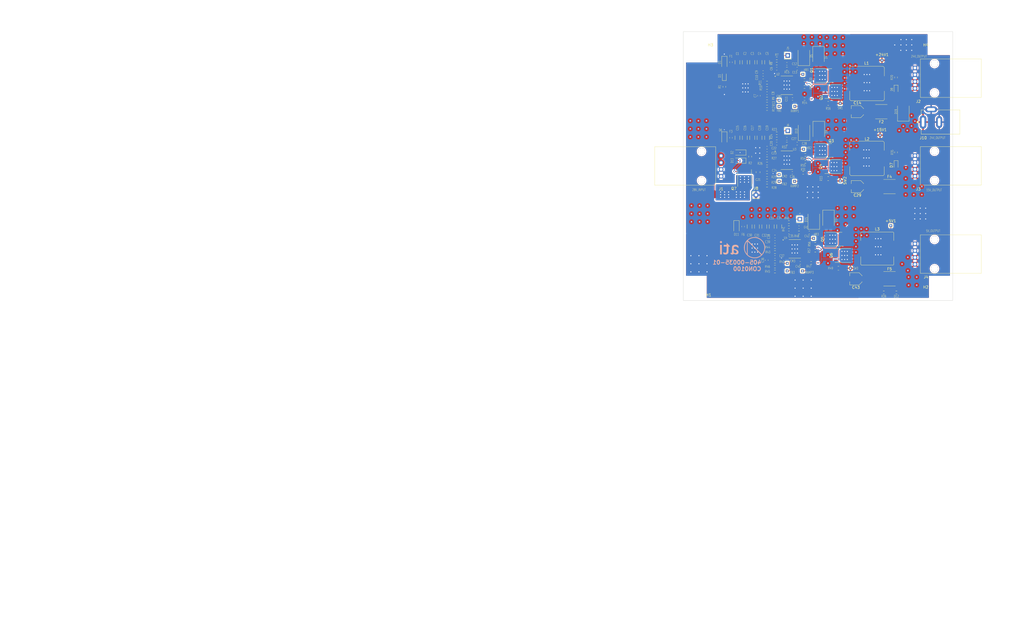
<source format=kicad_pcb>
(kicad_pcb (version 20211014) (generator pcbnew)
  (layers (0 "F.Cu" jumper) (31 "B.Cu" signal) (34 "B.Paste" user) (35 "F.Paste" user) (36 "B.SilkS" user "B.Silkscreen") (37 "F.SilkS" user "F.Silkscreen") (38 "B.Mask" user) (39 "F.Mask" user) (44 "Edge.Cuts" user))
  (net 0 "")
  (net 1 "GNDREF")
  (net 2 "Net-(C7-Pad1)")
  (net 3 "Net-(C7-Pad2)")
  (net 4 "UVLO1")
  (net 5 "Net-(C9-Pad2)")
  (net 6 "Net-(C10-Pad2)")
  (net 7 "FB1")
  (net 8 "Net-(C12-Pad1)")
  (net 9 "+24V")
  (net 10 "Net-(C21-Pad1)")
  (net 11 "Net-(C21-Pad2)")
  (net 12 "Net-(C27-Pad1)")
  (net 13 "+15V")
  (net 14 "Net-(C36-Pad1)")
  (net 15 "Net-(C36-Pad2)")
  (net 16 "RAMP1")
  (net 17 "Net-(C38-Pad2)")
  (net 18 "Net-(C39-Pad2)")
  (net 19 "Net-(C41-Pad1)")
  (net 20 "+5V")
  (net 21 "+28V")
  (net 22 "UVLO3")
  (net 23 "FB3")
  (net 24 "Net-(D4-Pad1)")
  (net 25 "Net-(C13-Pad1)")
  (net 26 "RAMP3")
  (net 27 "Net-(D8-Pad1)")
  (net 28 "Net-(D9-Pad1)")
  (net 29 "Net-(C28-Pad1)")
  (net 30 "SW3")
  (net 31 "Net-(D14-Pad1)")
  (net 32 "Net-(C42-Pad1)")
  (net 33 "CM3")
  (net 34 "UVLO2")
  (net 35 "SW1")
  (net 36 "FB2")
  (net 37 "RAMP2")
  (net 38 "SW2")
  (net 39 "CM1")
  (net 40 "CM2")
  (net 41 "Net-(R35-Pad1)")
  (net 42 "Net-(R39-Pad2)")
  (net 43 "Net-(D3-Pad1)")
  (net 44 "Net-(Q2-Pad1)")
  (net 45 "Net-(Q3-Pad4)")
  (net 46 "Net-(Q4-Pad1)")
  (net 47 "Net-(Q4-Pad4)")
  (net 48 "Net-(Q5-Pad4)")
  (net 49 "Net-(Q6-Pad4)")
  (net 50 "VEXT")
  (net 51 "Net-(D2-Pad2)")
  (net 52 "Net-(R15-Pad1)")
  (net 53 "Net-(R11-Pad2)")
  (net 54 "Net-(R10-Pad2)")
  (net 55 "Net-(R32-Pad1)")
  (net 56 "Net-(C22-Pad2)")
  (net 57 "Net-(C23-Pad2)")
  (net 58 "Net-(R27-Pad2)")
  (net 59 "Net-(R26-Pad2)")
  (net 60 "Net-(R48-Pad1)")
  (net 61 "Net-(R44-Pad2)")
  (net 62 "Net-(R43-Pad2)")
  (net 63 "Net-(C14-Pad1)")
  (net 64 "Net-(C29-Pad1)")
  (net 65 "Net-(Q7-Pad4)")
  (net 66 "Net-(Q1-Pad4)")
  (net 67 "Net-(Q2-Pad4)")
  (net 68 "Net-(C43-Pad1)")
  (net 69 "+28V0")
  (net 70 "Net-(R30-Pad1)")
  (net 71 "Net-(R53-Pad1)")
  (net 72 "Net-(R54-Pad1)")
  (net 73 "Net-(R55-Pad1)")
  (net 74 "Net-(R56-Pad1)")
  (net 75 "Net-(R57-Pad1)")
  (net 76 "Net-(Q6-Pad1)")
  (net 77 "Net-(D19-Pad1)")
  (net 78 "+28V1")
  (net 79 "+28V2")
  (footprint "Package_SO:PowerPAK_SO-8_Single" (layer "F.Cu") (at 325.395 107.165 180)
    (fp_text reference "Q5")
    (fp_text value "SIJ470DP-T1_GE3")
  )
  (footprint "Connector_PinHeader_2.54mm:PinHeader_1x01_P2.54mm_Vertical" (layer "F.Cu") (at 308.17 66.865)
    (fp_text reference "J6")
    (fp_text value "Conn_01x01_Male")
  )
  (footprint "Diode_SMD:D_SMB" (layer "F.Cu") (at 319.67 66.919998 -90)
    (fp_text reference "D9")
    (fp_text value "B340LB-13-F")
  )
  (footprint "Capacitor_SMD:C_0805_2012Metric_Pad1.18x1.45mm_HandSolder" (layer "F.Cu") (at 300.4575 81.135 180)
    (fp_text reference "C24")
    (fp_text value "C_150pF_0805_08055A151J4T4A")
  )
  (footprint "Resistor_SMD:R_0603_1608Metric_Pad0.98x0.95mm_HandSolder" (layer "F.Cu") (at 314.395 55.040009 180)
    (fp_text reference "R14")
    (fp_text value "R_100k_0603_0.1%_ERA3APB104V")
  )
  (footprint "Capacitor_SMD:C_1206_3216Metric_Pad1.33x1.80mm_HandSolder" (layer "F.Cu") (at 293.97 102.465 -90)
    (fp_text reference "C30")
    (fp_text value "C_2.2u_1206_GCJ31CR71H225KA12L")
  )
  (footprint "Package_SO:PowerPAK_SO-8_Single" (layer "F.Cu") (at 321.594989 74.160009 180)
    (fp_text reference "Q3")
    (fp_text value "SIJ470DP-T1_GE3")
  )
  (footprint "TestPoint:TestPoint_THTPad_1.0x1.0mm_Drill0.5mm" (layer "F.Cu") (at 342.44 68.515)
    (fp_text reference "+15V1")
    (fp_text value "TestPoint")
  )
  (footprint "ATI:Stackup_ATI" (layer "F.Cu") (at 75.83 150.565)
    (fp_text reference "REF**")
    (fp_text value "Stackup_ATI")
  )
  (footprint "Capacitor_SMD:C_1206_3216Metric_Pad1.33x1.80mm_HandSolder" (layer "F.Cu") (at 297.67 41.39 -90)
    (fp_text reference "C4")
    (fp_text value "C_4.7u_1206_CL31B475KAHNNNE")
  )
  (footprint "MountingHole:MountingHole_3.5mm" (layer "F.Cu") (at 274.395 124.965)
    (fp_text reference "H1")
    (fp_text value "MountingHole")
  )
  (footprint "Resistor_SMD:R_0603_1608Metric_Pad0.98x0.95mm_HandSolder" (layer "F.Cu") (at 303.395 117.365 180)
    (fp_text reference "R46")
    (fp_text value "R_4.02k_0603_RG1608P-4021-B-T5")
  )
  (footprint "LED_SMD:LED_0603_1608Metric_Pad1.05x0.95mm_HandSolder" (layer "F.Cu") (at 348.37 51.54 -90)
    (fp_text reference "D8")
    (fp_text value "D_LED_0603_Blue_150060BS75000")
  )
  (footprint "Capacitor_SMD:C_1206_3216Metric_Pad1.33x1.80mm_HandSolder" (layer "F.Cu") (at 292.22 41.39 -90)
    (fp_text reference "C2")
    (fp_text value "C_4.7u_1206_CL31B475KAHNNNE")
  )
  (footprint "Inductor_SMD:L_Bourns_SRR1260" (layer "F.Cu") (at 337.604989 77.160009)
    (fp_text reference "L2")
    (fp_text value "L_33uH_3A_60mOhms_SMD_12.5mmx12.5mm")
  )
  (footprint "TestPoint:TestPoint_THTPad_1.0x1.0mm_Drill0.5mm" (layer "F.Cu") (at 304.93 57.815)
    (fp_text reference "FB1")
    (fp_text value "TestPoint")
  )
  (footprint "LED_SMD:LED_0603_1608Metric_Pad1.05x0.95mm_HandSolder" (layer "F.Cu") (at 348.37 79.655 -90)
    (fp_text reference "D7")
    (fp_text value "D_LED_0603_Green_150060GS75000")
  )
  (footprint "TestPoint:TestPoint_THTPad_1.0x1.0mm_Drill0.5mm" (layer "F.Cu") (at 307.97 116.165)
    (fp_text reference "CM3")
    (fp_text value "TestPoint")
  )
  (footprint "ATI:SOP65P640X110-21N" (layer "F.Cu") (at 307.817489 49.945007)
    (fp_text reference "U2")
    (fp_text value "LM25117MPH")
  )
  (footprint "TestPoint:TestPoint_THTPad_1.0x1.0mm_Drill0.5mm" (layer "F.Cu") (at 313.745 45.865)
    (fp_text reference "HB1")
    (fp_text value "TestPoint")
  )
  (footprint "Fuse:Fuse_0603_1608Metric_Pad1.05x0.95mm_HandSolder" (layer "F.Cu") (at 287.07 41.39 90)
    (fp_text reference "F1")
    (fp_text value "Fuse_1206_SlowBlow_SF-1206SA350M-2")
  )
  (footprint "Capacitor_SMD:C_0603_1608Metric_Pad1.08x0.95mm_HandSolder" (layer "F.Cu") (at 316.145 104.665)
    (fp_text reference "C42")
    (fp_text value "C_0603_0.1u_50V_C0603C104K5RACAUTO")
  )
  (footprint "Resistor_SMD:R_0603_1608Metric_Pad0.98x0.95mm_HandSolder" (layer "F.Cu") (at 300.4575 50.945)
    (fp_text reference "R10")
    (fp_text value "R_100k_0603_1/10W_CRGP0603F100K")
  )
  (footprint "Diode_SMD:D_SOD-123F" (layer "F.Cu") (at 284.595 69.460002 -90)
    (fp_text reference "D6")
    (fp_text value "D_TVS_40V_ATV02W360B-HF")
  )
  (footprint "ATI:Molex_311000042_4pos_1row_2.54mm_PolC" (layer "F.Cu") (at 355.395 47.315 90)
    (fp_text reference "J2")
    (fp_text value "J_Molex_01x04_311000042")
  )
  (footprint "ATI:SOP65P640X110-21N" (layer "F.Cu") (at 310.7675 110.77)
    (fp_text reference "U4")
    (fp_text value "LM25117MPH")
  )
  (footprint "ATI:Molex_311000042_4pos_1row_2.54mm_PolC" (layer "F.Cu") (at 355.395 79.915 90)
    (fp_text reference "J3")
    (fp_text value "J_Molex_01x04_311000042")
  )
  (footprint "Capacitor_SMD:C_0603_1608Metric_Pad1.08x0.95mm_HandSolder" (layer "F.Cu") (at 311.645 43.79)
    (fp_text reference "C13")
    (fp_text value "C_0603_0.1u_50V_C0603C104K5RACAUTO")
  )
  (footprint "Resistor_SMD:R_0603_1608Metric_Pad0.98x0.95mm_HandSolder" (layer "F.Cu") (at 300.4575 85.285 180)
    (fp_text reference "R29")
    (fp_text value "R_1.15k_0603_ERJ-3EKF1151V")
  )
  (footprint "Fuse:Fuse_0603_1608Metric_Pad1.05x0.95mm_HandSolder" (layer "F.Cu") (at 287.07 69.460002 90)
    (fp_text reference "F3")
    (fp_text value "Fuse_1206_SlowBlow_SF-1206SA350M-2")
  )
  (footprint "Resistor_SMD:R_0603_1608Metric_Pad0.98x0.95mm_HandSolder" (layer "F.Cu") (at 348.37 74.885002 90)
    (fp_text reference "R35")
    (fp_text value "R_5.1k_0603_RC0603FR-075K1L")
  )
  (footprint "TestPoint:TestPoint_THTPad_1.0x1.0mm_Drill0.5mm" (layer "F.Cu") (at 327.629989 85.510002)
    (fp_text reference "SW2")
    (fp_text value "TestPoint")
  )
  (footprint "Capacitor_SMD:C_0603_1608Metric_Pad1.08x0.95mm_HandSolder" (layer "F.Cu") (at 299.0075 47.09)
    (fp_text reference "C10")
    (fp_text value "C_0603_0.047uF_16V_10%_ECJ-1VB1C473K")
  )
  (footprint "Capacitor_SMD:C_Elec_4x5.4" (layer "F.Cu") (at 334.029989 87.610009 180)
    (fp_text reference "C29")
    (fp_text value "C_0.22uF_RAD_50V_20%")
  )
  (footprint "Resistor_SMD:R_0603_1608Metric_Pad0.98x0.95mm_HandSolder" (layer "F.Cu") (at 314.395 47.99)
    (fp_text reference "R30")
    (fp_text value "R_0R_0603_ERJ-3GEY0R00V")
  )
  (footprint "Capacitor_SMD:C_0603_1608Metric_Pad1.08x0.95mm_HandSolder" (layer "F.Cu") (at 304.07 71.635002 180)
    (fp_text reference "C20")
    (fp_text value "C_0603_220pF_50V_ECJ-1VC1H221J")
  )
  (footprint "Capacitor_SMD:C_1206_3216Metric_Pad1.33x1.80mm_HandSolder" (layer "F.Cu") (at 300.47 41.39 -90)
    (fp_text reference "C5")
    (fp_text value "C_4.7u_1206_CL31B475KAHNNNE")
  )
  (footprint "Resistor_SMD:R_0603_1608Metric_Pad0.98x0.95mm_HandSolder" (layer "F.Cu") (at 300.4575 48.99)
    (fp_text reference "R11")
    (fp_text value "R_12k_0603_ERJ3EKF1202V")
  )
  (footprint "Resistor_SMD:R_0805_2012Metric_Pad1.20x1.40mm_HandSolder" (layer "F.Cu") (at 323.17 84.615)
    (fp_text reference "R33")
    (fp_text value "R_27mOhms_0805_ERJ-6BWFR027V")
  )
  (footprint "Resistor_SMD:R_0603_1608Metric_Pad0.98x0.95mm_HandSolder" (layer "F.Cu") (at 343.815 126.965)
    (fp_text reference "R39")
    (fp_text value "R_5.1k_0603_RC0603FR-075K1L")
  )
  (footprint "Resistor_SMD:R_0603_1608Metric_Pad0.98x0.95mm_HandSolder" (layer "F.Cu") (at 300.4575 77.085)
    (fp_text reference "R27")
    (fp_text value "R_12k_0603_ERJ3EKF1202V")
  )
  (footprint "Capacitor_SMD:C_1206_3216Metric_Pad1.33x1.80mm_HandSolder" (layer "F.Cu") (at 289.47 69.460002 -90)
    (fp_text reference "C15")
    (fp_text value "C_2.2u_1206_GCJ31CR71H225KA12L")
  )
  (footprint "Package_SO:PowerPAK_SO-8_Single" (layer "F.Cu") (at 324.829989 80.175002)
    (fp_text reference "Q4")
    (fp_text value "SIJ470DP-T1_GE3")
  )
  (footprint "Capacitor_SMD:C_1206_3216Metric_Pad1.33x1.80mm_HandSolder" (layer "F.Cu") (at 300.47 69.460002 -90)
    (fp_text reference "C19")
    (fp_text value "C_2.2u_1206_GCJ31CR71H225KA12L")
  )
  (footprint "Capacitor_SMD:C_1206_3216Metric_Pad1.33x1.80mm_HandSolder" (layer "F.Cu") (at 289.47 41.39 -90)
    (fp_text reference "C1")
    (fp_text value "C_4.7u_1206_CL31B475KAHNNNE")
  )
  (footprint "ATI:Molex_311000042_4pos_1row_2.54mm_PolC" (layer "F.Cu") (at 355.395 112.69 90)
    (fp_text reference "J4")
    (fp_text value "J_Molex_01x04_311000042")
  )
  (footprint "Capacitor_SMD:C_1206_3216Metric_Pad1.33x1.80mm_HandSolder" (layer "F.Cu") (at 294.97 69.460002 -90)
    (fp_text reference "C17")
    (fp_text value "C_2.2u_1206_GCJ31CR71H225KA12L")
  )
  (footprint "TestPoint:TestPoint_THTPad_1.0x1.0mm_Drill0.5mm" (layer "F.Cu") (at 317.77 106.84)
    (fp_text reference "HB3")
    (fp_text value "TestPoint")
  )
  (footprint "Resistor_SMD:R_0603_1608Metric_Pad0.98x0.95mm_HandSolder" (layer "F.Cu") (at 304.07 39.965)
    (fp_text reference "R7")
    (fp_text value "R_49.9k_0603_ERJ3EKF4992V")
  )
  (footprint "Inductor_SMD:L_Bourns_SRR1210A" (layer "F.Cu") (at 341.395 110.665)
    (fp_text reference "L3")
    (fp_text value "L_27uH_5A_40mOhms_SMD_12.0mmx12.0mm")
  )
  (footprint "Resistor_SMD:R_0603_1608Metric_Pad0.98x0.95mm_HandSolder" (layer "F.Cu") (at 303.395 111.965)
    (fp_text reference "R43")
    (fp_text value "R_100k_0603_1/10W_CRGP0603F100K")
  )
  (footprint "Capacitor_SMD:C_1206_3216Metric_Pad1.33x1.80mm_HandSolder" (layer "F.Cu") (at 294.97 41.39 -90)
    (fp_text reference "C3")
    (fp_text value "C_4.7u_1206_CL31B475KAHNNNE")
  )
  (footprint "Resistor_SMD:R_0603_1608Metric_Pad0.98x0.95mm_HandSolder" (layer "F.Cu") (at 303.395 115.565 180)
    (fp_text reference "R42")
    (fp_text value "R_7.5k_0603_ERA-3APB752V")
  )
  (footprint "MountingHole:MountingHole_3.5mm" (layer "F.Cu") (at 274.395 34.965)
    (fp_text reference "H3")
    (fp_text value "MountingHole")
  )
  (footprint "Fuse:Fuse_0603_1608Metric_Pad1.05x0.95mm_HandSolder" (layer "F.Cu") (at 291.57 102.465 90)
    (fp_text reference "F6")
    (fp_text value "Fuse_1206_SlowBlow_SF-1206SA350M-2")
  )
  (footprint "Package_SO:PowerPAK_SO-8_Single" (layer "F.Cu") (at 328.63 113.215)
    (fp_text reference "Q6")
    (fp_text value "SIJ470DP-T1_GE3")
  )
  (footprint "Capacitor_SMD:C_0603_1608Metric_Pad1.08x0.95mm_HandSolder" (layer "F.Cu") (at 300.345 114.965 90)
    (fp_text reference "C36")
    (fp_text value "C_820pF_0603_50V_GCM1885C1H821JA16D")
  )
  (footprint "Resistor_SMD:R_0603_1608Metric_Pad0.98x0.95mm_HandSolder" (layer "F.Cu") (at 304.07 67.810002)
    (fp_text reference "R23")
    (fp_text value "R_49.9k_0603_ERJ3EKF4992V")
  )
  (footprint "Diode_SMD:D_SMB" (layer "F.Cu") (at 351.07 59.765007 90)
    (fp_text reference "D19")
    (fp_text value "B340LB-13-F")
  )
  (footprint "Diode_SMD:D_SMB" (layer "F.Cu") (at 317.82 99.94 90)
    (fp_text reference "D15")
    (fp_text value "B340LB-13-F")
  )
  (footprint "Diode_SMD:D_SMB" (layer "F.Cu") (at 314.12 39.065 90)
    (fp_text reference "D5")
    (fp_text value "B340LB-13-F")
  )
  (footprint "Connector_PinHeader_2.54mm:PinHeader_1x01_P2.54mm_Vertical" (layer "F.Cu") (at 312.645 99.69)
    (fp_text reference "J7")
    (fp_text value "Conn_01x01_Male")
  )
  (footprint "Diode_SMD:D_SMB" (layer "F.Cu") (at 319.57 39.065 -90)
    (fp_text reference "D4")
    (fp_text value "B340LB-13-F")
  )
  (footprint "TestPoint:TestPoint_THTPad_1.0x1.0mm_Drill0.5mm" (layer "F.Cu") (at 331.42 117.965)
    (fp_text reference "SW3")
    (fp_text value "TestPoint")
  )
  (footprint "Resistor_SMD:R_0603_1608Metric_Pad0.98x0.95mm_HandSolder" (layer "F.Cu") (at 318.395 108.965)
    (fp_text reference "R56")
    (fp_text value "R_0R_0603_ERJ-3GEY0R00V")
  )
  (footprint "Resistor_SMD:R_0603_1608Metric_Pad0.98x0.95mm_HandSolder" (layer "F.Cu") (at 348.37 47.04 90)
    (fp_text reference "R20")
    (fp_text value "R_5.1k_0603_RC0603FR-075K1L")
  )
  (footprint "Resistor_SMD:R_0603_1608Metric_Pad0.98x0.95mm_HandSolder" (layer "F.Cu") (at 300.4575 56.81 180)
    (fp_text reference "R13")
    (fp_text value "R_1k_0603_ERJ-3EKF1001V")
  )
  (footprint "ATI:CUI_PJ-002BH" (layer "F.Cu") (at 358.395 63.615)
    (fp_text reference "J10")
    (fp_text value "PJ-002BH")
  )
  (footprint "Capacitor_SMD:C_0603_1608Metric_Pad1.08x0.95mm_HandSolder" (layer "F.Cu") (at 297.4575 53.84 90)
    (fp_text reference "C7")
    (fp_text value "C_0.01uf_0603_50V_ECJ-1VB1H103K")
  )
  (footprint "Diode_SMD:D_SMB" (layer "F.Cu") (at 314.22 66.919998 90)
    (fp_text reference "D10")
    (fp_text value "B340LB-13-F")
  )
  (footprint "Capacitor_SMD:C_0603_1608Metric_Pad1.08x0.95mm_HandSolder" (layer "F.Cu") (at 303.395 106.165)
    (fp_text reference "C38")
    (fp_text value "C_0603_0.47uF_25V_CGA3E3X7R1E474K080AB")
  )
  (footprint "Capacitor_SMD:C_0603_1608Metric_Pad1.08x0.95mm_HandSolder" (layer "F.Cu") (at 308.57 104.665 180)
    (fp_text reference "C35")
    (fp_text value "C_0603_220pF_50V_ECJ-1VC1H221J")
  )
  (footprint "Resistor_SMD:R_0603_1608Metric_Pad0.98x0.95mm_HandSolder" (layer "F.Cu") (at 318.395 111.415)
    (fp_text reference "R57")
    (fp_text value "R_0R_0603_ERJ-3GEY0R00V")
  )
  (footprint "Resistor_SMD:R_0603_1608Metric_Pad0.98x0.95mm_HandSolder" (layer "F.Cu") (at 348.51 126.965)
    (fp_text reference "D12")
    (fp_text value "D_LED_0603_Red_150060RS75000")
  )
  (footprint "Resistor_SMD:R_0603_1608Metric_Pad0.98x0.95mm_HandSolder" (layer "F.Cu") (at 300.4575 87.235)
    (fp_text reference "R28")
    (fp_text value "R_20k_0603_ERJ-3EKF2002V")
  )
  (footprint "Resistor_SMD:R_0603_1608Metric_Pad0.98x0.95mm_HandSolder" (layer "F.Cu") (at 304.07 41.8775 180)
    (fp_text reference "R8")
    (fp_text value "R_12k_0603_ERJ3EKF1202V")
  )
  (footprint "TestPoint:TestPoint_THTPad_1.0x1.0mm_Drill0.5mm" (layer "F.Cu") (at 310.77 57.815)
    (fp_text reference "RAMP1")
    (fp_text value "TestPoint")
  )
  (footprint "Diode_SMD:D_SOD-123" (layer "F.Cu") (at 290.395 77.965 180)
    (fp_text reference "D13")
    (fp_text value "D_Schottky_BZT52C9V1-WE")
  )
  (footprint "Resistor_SMD:R_0603_1608Metric_Pad0.98x0.95mm_HandSolder" (layer "F.Cu") (at 312.32 104.665)
    (fp_text reference "R48")
    (fp_text value "R_0R_0603_ERJ-3GEY0R00V")
  )
  (footprint "Capacitor_SMD:C_1206_3216Metric_Pad1.33x1.80mm_HandSolder" (layer "F.Cu") (at 302.17 102.465 -90)
    (fp_text reference "C33")
    (fp_text value "C_2.2u_1206_GCJ31CR71H225KA12L")
  )
  (footprint "Diode_SMD:D_SOD-123" (layer "F.Cu") (at 290.395 74.965 180)
    (fp_text reference "D2")
    (fp_text value "D_Zener_BAT54GWJ")
  )
  (footprint "TestPoint:TestPoint_THTPad_1.0x1.0mm_Drill0.5mm" (layer "F.Cu") (at 304.95 55.515)
    (fp_text reference "CM1")
    (fp_text value "TestPoint")
  )
  (footprint "Fuse:Fuse_2920_7451Metric_Pad2.10x5.45mm_HandSolder" (layer "F.Cu") (at 342.895 59.765007)
    (fp_text reference "F2")
    (fp_text value "Polyfuse")
  )
  (footprint "Capacitor_SMD:C_0603_1608Metric_Pad1.08x0.95mm_HandSolder" (layer "F.Cu") (at 300.4575 73.16)
    (fp_text reference "C22")
    (fp_text value "C_0603_0.1u_50V_C0603C104K5RACAUTO")
  )
  (footprint "Capacitor_SMD:C_0805_2012Metric_Pad1.18x1.45mm_HandSolder" (layer "F.Cu") (at 297.12 82.260002 90)
    (fp_text reference "C21")
    (fp_text value "C_4700pF_0805_CL21C472JAFNNNE")
  )
  (footprint "Resistor_SMD:R_0603_1608Metric_Pad0.98x0.95mm_HandSolder" (layer "F.Cu") (at 314.395 50.59)
    (fp_text reference "R53")
    (fp_text value "R_0R_0603_ERJ-3GEY0R00V")
  )
  (footprint "Resistor_SMD:R_0603_1608Metric_Pad0.98x0.95mm_HandSolder" (layer "F.Cu") (at 300.4575 58.765)
    (fp_text reference "R12")
    (fp_text value "R_30k_0603_ERJ-PB3B3002V")
  )
  (footprint "Fuse:Fuse_2920_7451Metric_Pad2.10x5.45mm_HandSolder" (layer "F.Cu") (at 345.94 121.89)
    (fp_text reference "F5")
    (fp_text value "Polyfuse")
  )
  (footprint "TestPoint:TestPoint_THTPad_1.0x1.0mm_Drill0.5mm" (layer "F.Cu") (at 343.145 40.665)
    (fp_text reference "+24V1")
    (fp_text value "TestPoint")
  )
  (footprint "Capacitor_SMD:C_1206_3216Metric_Pad1.33x1.80mm_HandSolder" (layer "F.Cu") (at 297.67 69.460002 -90)
    (fp_text reference "C18")
    (fp_text value "C_2.2u_1206_GCJ31CR71H225KA12L")
  )
  (footprint "Resistor_SMD:R_0603_1608Metric_Pad0.98x0.95mm_HandSolder" (layer "F.Cu") (at 304.07 69.722502 180)
    (fp_text reference "R24")
    (fp_text value "R_12k_0603_ERJ3EKF1202V")
  )
  (footprint "Capacitor_SMD:C_0603_1608Metric_Pad1.08x0.95mm_HandSolder" (layer "F.Cu") (at 298.9825 45.065)
    (fp_text reference "C9")
    (fp_text value "C_0603_0.47uF_25V_CGA3E3X7R1E474K080AB")
  )
  (footprint "ATI:SOP65P640X110-21N" (layer "F.Cu") (at 307.817482 77.79)
    (fp_text reference "U3")
    (fp_text value "LM25117MPH")
  )
  (footprint "Package_SO:PowerPAK_SO-8_Single" (layer "F.Cu") (at 292.11 84.635 -90)
    (fp_text reference "Q7")
    (fp_text value "SQJ479EP-T1_GE3")
  )
  (footprint "Resistor_SMD:R_0603_1608Metric_Pad0.98x0.95mm_HandSolder" (layer "F.Cu") (at 316.845 115.965 180)
    (fp_text reference "R47")
    (fp_text value "R_56k_0603_ERJ-3EKF5602V")
  )
  (footprint "Capacitor_SMD:C_0603_1608Metric_Pad1.08x0.95mm_HandSolder" (layer "F.Cu") (at 307.82 41.99 180)
    (fp_text reference "C12")
    (fp_text value "C_1uf_0603_GCJ188R71E105KA01D")
  )
  (footprint "Resistor_SMD:R_0603_1608Metric_Pad0.98x0.95mm_HandSolder" (layer "F.Cu") (at 300.4575 54.855 180)
    (fp_text reference "R9")
    (fp_text value "R_470R_0603_ERJ-3EKF4700V")
  )
  (footprint "LED_SMD:LED_0603_1608Metric_Pad1.05x0.95mm_HandSolder" (layer "F.Cu") (at 284.61 46.5125 90)
    (fp_text reference "D3")
    (fp_text value "D_LED_0603_Green_150060GS75000")
  )
  (footprint "Resistor_SMD:R_0603_1608Metric_Pad0.98x0.95mm_HandSolder" (layer "F.Cu") (at 308.57 102.715 180)
    (fp_text reference "R41")
    (fp_text value "R_12k_0603_ERJ3EKF1202V")
  )
  (footprint "Capacitor_SMD:C_0603_1608Metric_Pad1.08x0.95mm_HandSolder" (layer "F.Cu") (at 303.395 113.765)
    (fp_text reference "C37")
    (fp_text value "C_6.8pF_0603_CL10C6R8CB8NNNC")
  )
  (footprint "MountingHole:MountingHole_3.5mm" (layer "F.Cu") (at 364.395 34.965)
    (fp_text reference "H4")
    (fp_text value "MountingHole")
  )
  (footprint "Capacitor_SMD:C_0603_1608Metric_Pad1.08x0.95mm_HandSolder" (layer "F.Cu") (at 309.845 82.510002 180)
    (fp_text reference "C26")
    (fp_text value "C_820pF_0603_50V_GCM1885C1H821JA16D")
  )
  (footprint "Inductor_SMD:L_Bourns_SRP1245A" (layer "F.Cu") (at 337.604989 49.315007)
    (fp_text reference "L1")
    (fp_text value "L_22uH_12A_37mOhms_SMD_12.5mmx13.5mm")
  )
  (footprint "Resistor_SMD:R_0603_1608Metric_Pad0.98x0.95mm_HandSolder" (layer "F.Cu") (at 303.395 119.165)
    (fp_text reference "R45")
    (fp_text value "R_21k_0603_RT0603BRD0721KL")
  )
  (footprint "TestPoint:TestPoint_THTPad_1.0x1.0mm_Drill0.5mm" (layer "F.Cu") (at 304.945 83.160002)
    (fp_text reference "CM2")
    (fp_text value "TestPoint")
  )
  (footprint "Capacitor_SMD:C_0603_1608Metric_Pad1.08x0.95mm_HandSolder" (layer "F.Cu") (at 309.92 55.04 180)
    (fp_text reference "C11")
    (fp_text value "C_820pF_0603_50V_GCM1885C1H821JA16D")
  )
  (footprint "TestPoint:TestPoint_THTPad_1.0x1.0mm_Drill0.5mm" (layer "F.Cu") (at 314.045 73.715)
    (fp_text reference "HB2")
    (fp_text value "TestPoint")
  )
  (footprint "Resistor_SMD:R_0603_1608Metric_Pad0.98x0.95mm_HandSolder" (layer "F.Cu") (at 313.895 82.510002 180)
    (fp_text reference "R31")
    (fp_text value "R_174k_0603_ERJ-3EKF1743V")
  )
  (footprint "ATI:Molex_311000040_4pos_1row_2.54mm_PolA" (layer "F.Cu") (at 283.395 79.965 -90)
    (fp_text reference "J1")
    (fp_text value "J_Molex_01x04_311000040")
  )
  (footprint "Capacitor_SMD:C_1206_3216Metric_Pad1.33x1.80mm_HandSolder" (layer "F.Cu") (at 304.97 102.465 -90)
    (fp_text reference "C34")
    (fp_text value "C_2.2u_1206_GCJ31CR71H225KA12L")
  )
  (footprint "Capacitor_SMD:C_1206_3216Metric_Pad1.33x1.80mm_HandSolder" (layer "F.Cu") (at 299.47 102.465 -90)
    (fp_text reference "C32")
    (fp_text value "C_2.2u_1206_GCJ31CR71H225KA12L")
  )
  (footprint "MountingHole:MountingHole_3.5mm" (layer "F.Cu") (at 364.395 124.965)
    (fp_text reference "H2")
    (fp_text value "MountingHole")
  )
  (footprint "Capacitor_SMD:C_0603_1608Metric_Pad1.08x0.95mm_HandSolder" (layer "F.Cu") (at 300.4575 75.185)
    (fp_text reference "C23")
    (fp_text value "C_0603_0.1u_50V_C0603C104K5RACAUTO")
  )
  (footprint "Resistor_SMD:R_0805_2012Metric_Pad1.20x1.40mm_HandSolder" (layer "F.Cu") (at 326.97 117.965)
    (fp_text reference "R49")
    (fp_text value "R_56mOhms_0805_ERJ-6BWFR056V")
  )
  (footprint "Resistor_SMD:R_0805_2012Metric_Pad1.20x1.40mm_HandSolder" (layer "F.Cu") (at 323.17 56.690007)
    (fp_text reference "R16")
    (fp_text value "R_27mOhms_0805_ERJ-6BWFR027V")
  )
  (footprint "Diode_SMD:D_SMB" (layer "F.Cu") (at 323.27 99.94 -90)
    (fp_text reference "D14")
    (fp_text value "B340LB-13-F")
  )
  (footprint "Resistor_SMD:R_0603_1608Metric_Pad0.98x0.95mm_HandSolder" (layer "F.Cu") (at 307.8325 43.79)
    (fp_text reference "R15")
    (fp_text value "R_0R_0603_ERJ-3GEY0R00V")
  )
  (footprint "Capacitor_SMD:C_0603_1608Metric_Pad1.08x0.95mm_HandSolder" (layer "F.Cu") (at 303.395 108.165)
    (fp_text reference "C39")
    (fp_text value "C_0603_0.47uF_25V_CGA3E3X7R1E474K080AB")
  )
  (footprint "Resistor_SMD:R_0603_1608Metric_Pad0.98x0.95mm_HandSolder" (layer "F.Cu") (at 284.62 50.5075 -90)
    (fp_text reference "R1")
    (fp_text value "R_10k_0603_ERJ-3EKF1002V")
  )
  (footprint "Capacitor_SMD:C_Elec_4x5.8" (layer "F.Cu") (at 333.47 121.89 180)
    (fp_text reference "C43")
    (fp_text value "C_3.3uF_RAD_50V_20%")
  )
  (footprint "Connector_PinHeader_2.54mm:PinHeader_1x01_P2.54mm_Vertical" (layer "F.Cu") (at 296.35 90.735)
    (fp_text reference "J8")
    (fp_text value "Conn_01x01_Male")
  )
  (footprint "TestPoint:TestPoint_THTPad_1.0x1.0mm_Drill0.5mm" (layer "F.Cu") (at 304.945 85.660002)
    (fp_text reference "FB2")
    (fp_text value "TestPoint")
  )
  (footprint "Resistor_SMD:R_0603_1608Metric_Pad0.98x0.95mm_HandSolder" (layer "F.Cu") (at 294.195 76.465 -90)
    (fp_text reference "R2")
    (fp_text value "R_10k_0603_ERJ-3EKF1002V")
  )
  (footprint "Resistor_SMD:R_0603_1608Metric_Pad0.98x0.95mm_HandSolder" (layer "F.Cu") (at 300.4575 79.035)
    (fp_text reference "R26")
    (fp_text value "R_100k_0603_1/10W_CRGP0603F100K")
  )
  (footprint "Diode_SMD:D_SOD-123F" (layer "F.Cu") (at 289.095 102.465 -90)
    (fp_text reference "D11")
    (fp_text value "D_TVS_40V_ATV02W360B-HF")
  )
  (footprint "Capacitor_SMD:C_0603_1608Metric_Pad1.08x0.95mm_HandSolder" (layer "F.Cu") (at 304.07 43.79 180)
    (fp_text reference "C6")
    (fp_text value "C_0603_220pF_50V_ECJ-1VC1H221J")
  )
  (footprint "TestPoint:TestPoint_THTPad_1.0x1.0mm_Drill0.5mm" (layer "F.Cu") (at 313.645 118.965)
    (fp_text reference "RAMP3")
    (fp_text value "TestPoint")
  )
  (footprint "Capacitor_SMD:C_0603_1608Metric_Pad1.08x0.95mm_HandSolder" (layer "F.Cu") (at 300.4575 52.9)
    (fp_text reference "C8")
    (fp_text value "C_10pF_0603_GCM1885C1H100JA16D")
  )
  (footprint "Resistor_SMD:R_0603_1608Metric_Pad0.98x0.95mm_HandSolder" (layer "F.Cu") (at 308.57 100.81)
    (fp_text reference "R40")
    (fp_text value "R_49.9k_0603_ERJ3EKF4992V")
  )
  (footprint "Capacitor_SMD:C_0603_1608Metric_Pad1.08x0.95mm_HandSolder" (layer "F.Cu") (at 312.32 102.715 180)
    (fp_text reference "C41")
    (fp_text value "C_1uf_0603_GCJ188R71E105KA01D")
  )
  (footprint "Capacitor_SMD:C_1206_3216Metric_Pad1.33x1.80mm_HandSolder" (layer "F.Cu") (at 296.72 102.465 -90)
    (fp_text reference "C31")
    (fp_text value "C_2.2u_1206_GCJ31CR71H225KA12L")
  )
  (footprint "TestPoint:TestPoint_THTPad_1.0x1.0mm_Drill0.5mm" (layer "F.Cu") (at 327.629989 56.690007)
    (fp_text reference "SW1")
    (fp_text value "TestPoint")
  )
  (footprint "Capacitor_SMD:C_0603_1608Metric_Pad1.08x0.95mm_HandSolder" (layer "F.Cu") (at 307.82 69.835002 180)
    (fp_text reference "C27")
    (fp_text value "C_0603_0.47uF_25V_CGA3E3X7R1E474K080AB")
  )
  (footprint "Capacitor_SMD:C_1206_3216Metric_Pad1.33x1.80mm_HandSolder" (layer "F.Cu") (at 292.22 69.460002 -90)
    (fp_text reference "C16")
    (fp_text value "C_2.2u_1206_GCJ31CR71H225KA12L")
  )
  (footprint "Resistor_SMD:R_0603_1608Metric_Pad0.98x0.95mm_HandSolder" (layer "F.Cu") (at 307.82 71.635002)
    (fp_text reference "R32")
    (fp_text value "R_0R_0603_ERJ-3GEY0R00V")
  )
  (footprint "Connector_PinHeader_2.54mm:PinHeader_1x01_P2.54mm_Vertical" (layer "F.Cu") (at 308.145 38.865)
    (fp_text reference "J5")
    (fp_text value "Conn_01x01_Male")
  )
  (footprint "Resistor_SMD:R_0603_1608Metric_Pad0.98x0.95mm_HandSolder" (layer "F.Cu") (at 303.395 110.165)
    (fp_text reference "R44")
    (fp_text value "R_12k_0603_ERJ3EKF1202V")
  )
  (footprint "Diode_SMD:D_SOD-123F" (layer "F.Cu") (at 284.595 41.4075 -90)
    (fp_text reference "D1")
    (fp_text value "D_TVS_40V_ATV02W360B-HF")
  )
  (footprint "Resistor_SMD:R_0603_1608Metric_Pad0.98x0.95mm_HandSolder" (layer "F.Cu") (at 314.695 75.835002)
    (fp_text reference "R54")
    (fp_text value "R_0R_0603_ERJ-3GEY0R00V")
  )
  (footprint "TestPoint:TestPoint_THTPad_1.0x1.0mm_Drill0.5mm" (layer "F.Cu") (at 346.42 102.14)
    (fp_text reference "+5V1")
    (fp_text value "TestPoint")
  )
  (footprint "Package_SO:PowerPAK_SO-8_Single" (layer "F.Cu") (at 324.829989 52.265007)
    (fp_text reference "Q2")
    (fp_text value "SIJ470DP-T1_GE3")
  )
  (footprint "Capacitor_SMD:C_0603_1608Metric_Pad1.08x0.95mm_HandSolder" (layer "F.Cu") (at 311.645 71.635002)
    (fp_text reference "C28")
    (fp_text value "C_0603_0.1u_50V_C0603C104K5RACAUTO")
  )
  (footprint "Fuse:Fuse_2920_7451Metric_Pad2.10x5.45mm_HandSolder" (layer "F.Cu") (at 345.94 87.610009)
    (fp_text reference "F4")
    (fp_text value "Polyfuse")
  )
  (footprint "Capacitor_SMD:C_0603_1608Metric_Pad1.08x0.95mm_HandSolder" (layer "F.Cu") (at 312.795 115.965 180)
    (fp_text reference "C40")
    (fp_text value "C_820pF_0603_50V_GCM1885C1H821JA16D")
  )
  (footprint "Resistor_SMD:R_0603_1608Metric_Pad0.98x0.95mm_HandSolder" (layer "F.Cu") (at 314.695 78.435002)
    (fp_text reference "R55")
    (fp_text value "R_0R_0603_ERJ-3GEY0R00V")
  )
  (footprint "TestPoint:TestPoint_THTPad_1.0x1.0mm_Drill0.5mm" (layer "F.Cu") (at 307.945 118.965)
    (fp_text reference "FB3")
    (fp_text value "TestPoint")
  )
  (footprint "Resistor_SMD:R_0603_1608Metric_Pad0.98x0.95mm_HandSolder" (layer "F.Cu") (at 300.4575 83.365 180)
    (fp_text reference "R25")
    (fp_text value "R_365R_0603_ERA-3AEB3650V")
  )
  (footprint "Package_SO:PowerPAK_SO-8_Single" (layer "F.Cu") (at 321.594989 46.315007 180)
    (fp_text reference "Q1")
    (fp_text value "SIJ470DP-T1_GE3")
  )
  (footprint "Capacitor_SMD:C_Elec_4x5.4" (layer "F.Cu") (at 334.029989 59.765007 180)
    (fp_text reference "C14")
    (fp_text value "C_0.22uF_RAD_50V_20%")
  )
  (footprint "TestPoint:TestPoint_THTPad_1.0x1.0mm_Drill0.5mm" (layer "F.Cu") (at 310.695 85.66)
    (fp_text reference "RAMP2")
    (fp_text value "TestPoint")
  )
  (footprint "ATI:atilogo_19.06_10.16mm" (layer "B.Cu") (at 291.730156 110.27013 180)
    (fp_text reference "U1" hide)
    (fp_text value "AtiLogo" hide)
  )
  (gr_rect (start 269.395 29.965) (end 369.395 129.965) (layer "Edge.Cuts") (width 0.1) (fill none))
  (gr_text "405-00035-01\nCON0100" (at 298.450012 116.984995) (layer "B.SilkS") (effects (font (size 1.5 1.5) (thickness 0.3)) (justify left mirror)))
  (gr_text "5V_OUTPUT" (at 362.160058 104.054986) (layer "F.SilkS") (effects (font (size 0.889 0.635) (thickness 0.0635))))
  (gr_text "24V_OUTPUT" (at 363.76991 69.474994) (layer "F.SilkS") (effects (font (size 0.889 0.635) (thickness 0.0635))))
  (gr_text "15V_OUTPUT" (at 362.51007 88.884989) (layer "F.SilkS") (effects (font (size 0.889 0.635) (thickness 0.0635))))
  (gr_text "24V_OUTPUT" (at 356.875 39.19) (layer "F.SilkS") (effects (font (size 0.889 0.635) (thickness 0.0635))))
  (gr_text "28V_INPUT" (at 275.169884 88.794996) (layer "F.SilkS") (effects (font (size 0.889 0.635) (thickness 0.0635))))
  (segment (start 292.045 74.965) (end 290.46 74.965) (width 0.254) (layer "F.Cu") (net 1))
  (segment (start 304.932489 50.270007) (end 307.492489 50.270007) (width 0.2) (layer "F.Cu") (net 1))
  (segment (start 313.6525 112.0725) (end 312.07 112.0725) (width 0.2) (layer "F.Cu") (net 1))
  (segment (start 327.97 120.225) (end 327.97 117.965) (width 1.524) (layer "F.Cu") (net 1))
  (segment (start 312.32 103.04) (end 311.995 102.715) (width 0.2) (layer "F.Cu") (net 1))
  (segment (start 310.702489 50.920007) (end 310.702489 51.232511) (width 0.2) (layer "F.Cu") (net 1))
  (segment (start 284.595 68.060002) (end 284.595 66.46) (width 0.762) (layer "F.Cu") (net 1))
  (segment (start 296.35 93.135) (end 296.35 90.735) (width 0.762) (layer "F.Cu") (net 1))
  (segment (start 313.6525 112.0725) (end 313.6525 111.745) (width 0.2) (layer "F.Cu") (net 1))
  (segment (start 284.595 40.0075) (end 284.595 38.365) (width 0.762) (layer "F.Cu") (net 1))
  (segment (start 310.702482 78.765) (end 310.702482 79.097482) (width 0.2) (layer "F.Cu") (net 1))
  (segment (start 310.7675 107.9175) (end 312.32 106.365) (width 0.2) (layer "F.Cu") (net 1))
  (segment (start 289.095 101.065) (end 289.095 94.91) (width 0.762) (layer "F.Cu") (net 1))
  (segment (start 312.07 112.0725) (end 310.7675 110.77) (width 0.2) (layer "F.Cu") (net 1))
  (segment (start 309.124964 79.097482) (end 307.817482 77.79) (width 0.2) (layer "F.Cu") (net 1))
  (segment (start 310.7675 110.77) (end 310.7675 107.9175) (width 0.2) (layer "F.Cu") (net 1))
  (segment (start 310.4425 111.095) (end 310.7675 110.77) (width 0.2) (layer "F.Cu") (net 1))
  (segment (start 332.354989 87.610009) (end 325.155009 87.610009) (width 1.524) (layer "F.Cu") (net 1))
  (segment (start 307.817489 49.945007) (end 307.817489 42.337489) (width 0.2) (layer "F.Cu") (net 1))
  (segment (start 307.665002 69.835002) (end 306.9575 69.835002) (width 0.2) (layer "F.Cu") (net 1))
  (segment (start 311.995 102.715) (end 311.4575 102.715) (width 0.2) (layer "F.Cu") (net 1))
  (segment (start 313.6525 112.395) (end 313.6525 112.0725) (width 0.2) (layer "F.Cu") (net 1))
  (segment (start 324.17 86.625) (end 324.17 84.615) (width 1.524) (layer "F.Cu") (net 1))
  (segment (start 332.354989 59.765007) (end 330.900007 59.765007) (width 1.524) (layer "F.Cu") (net 1))
  (segment (start 307.817482 69.987482) (end 307.665002 69.835002) (width 0.2) (layer "F.Cu") (net 1))
  (segment (start 310.702482 79.097482) (end 309.124964 79.097482) (width 0.2) (layer "F.Cu") (net 1))
  (segment (start 329.83 58.695) (end 325.29 58.695) (width 1.524) (layer "F.Cu") (net 1))
  (segment (start 325.155009 87.610009) (end 324.17 86.625) (width 1.524) (layer "F.Cu") (net 1))
  (segment (start 290.14 93.865) (end 295.62 93.865) (width 0.762) (layer "F.Cu") (net 1))
  (segment (start 284.63 53.385) (end 284.63 51.43) (width 0.2) (layer "F.Cu") (net 1))
  (segment (start 331.795 121.89) (end 329.635 121.89) (width 1.524) (layer "F.Cu") (net 1))
  (segment (start 307.817482 77.79) (end 307.817482 69.987482) (width 0.2) (layer "F.Cu") (net 1))
  (segment (start 284.63 51.43) (end 284.62 51.42) (width 0.2) (layer "F.Cu") (net 1))
  (segment (start 289.095 94.91) (end 290.14 93.865) (width 0.762) (layer "F.Cu") (net 1))
  (segment (start 295.62 93.865) (end 296.35 93.135) (width 0.762) (layer "F.Cu") (net 1))
  (segment (start 325.29 58.695) (end 324.17 57.575) (width 1.524) (layer "F.Cu") (net 1))
  (segment (start 324.17 57.575) (end 324.17 56.690007) (width 1.524) (layer "F.Cu") (net 1))
  (segment (start 307.492482 78.115) (end 307.817482 77.79) (width 0.2) (layer "F.Cu") (net 1))
  (segment (start 307.47 41.99) (end 306.9575 41.99) (width 0.2) (layer "F.Cu") (net 1))
  (segment (start 329.635 121.89) (end 327.97 120.225) (width 1.524) (layer "F.Cu") (net 1))
  (segment (start 330.900007 59.765007) (end 329.83 58.695) (width 1.524) (layer "F.Cu") (net 1))
  (segment (start 307.492489 50.270007) (end 307.817489 49.945007) (width 0.2) (layer "F.Cu") (net 1))
  (segment (start 310.702482 79.097482) (end 310.702482 79.415) (width 0.2) (layer "F.Cu") (net 1))
  (segment (start 307.8825 111.095) (end 310.4425 111.095) (width 0.2) (layer "F.Cu") (net 1))
  (segment (start 284.595 66.46) (end 284.59 66.455) (width 0.762) (layer "F.Cu") (net 1))
  (segment (start 310.702489 51.232511) (end 309.104993 51.232511) (width 0.2) (layer "F.Cu") (net 1))
  (segment (start 304.932482 78.115) (end 307.492482 78.115) (width 0.2) (layer "F.Cu") (net 1))
  (segment (start 312.32 106.365) (end 312.32 103.04) (width 0.2) (layer "F.Cu") (net 1))
  (segment (start 307.817489 42.337489) (end 307.47 41.99) (width 0.2) (layer "F.Cu") (net 1))
  (segment (start 310.702489 51.232511) (end 310.702489 51.570007) (width 0.2) (layer "F.Cu") (net 1))
  (segment (start 309.104993 51.232511) (end 307.817489 49.945007) (width 0.2) (layer "F.Cu") (net 1))
  (via (at 338.55 48.965) (size 0.8) (drill 0.4) (layers "F.Cu" "B.Cu") (net 1))
  (via (at 284.63 53.385) (size 0.8) (drill 0.4) (layers "F.Cu" "B.Cu") (net 1))
  (via (at 337.55 45.965) (size 0.8) (drill 0.4) (layers "F.Cu" "B.Cu") (net 1))
  (via (at 311.76 112.295) (size 0.8) (drill 0.4) (layers "F.Cu" "B.Cu") (net 1))
  (via (at 342.74 112.965) (size 0.8) (drill 0.4) (layers "F.Cu" "B.Cu") (net 1))
  (via (at 296.92 110.465) (size 0.8) (drill 0.4) (layers "F.Cu" "B.Cu") (net 1))
  (via (at 306.8 49.885) (size 0.8) (drill 0.4) (layers "F.Cu" "B.Cu") (net 1))
  (via (at 336.37 76.965) (size 0.8) (drill 0.4) (layers "F.Cu" "B.Cu") (net 1))
  (via (at 303.245 45.59) (size 0.8) (drill 0.4) (layers "F.Cu" "B.Cu") (net 1))
  (via (at 296.92 111.965) (size 0.8) (drill 0.4) (layers "F.Cu" "B.Cu") (net 1))
  (via (at 342.74 109.965) (size 0.8) (drill 0.4) (layers "F.Cu" "B.Cu") (net 1))
  (via (at 355.37 95.635) (size 0.8) (drill 0.4) (layers "F.Cu" "B.Cu") (net 1))
  (via (at 359.37 95.635) (size 0.8) (drill 0.4) (layers "F.Cu" "B.Cu") (net 1))
  (via (at 315.47 87.715) (size 0.8) (drill 0.4) (layers "F.Cu" "B.Cu") (net 1))
  (via (at 272.16 119.295) (size 0.8) (drill 0.4) (layers "F.Cu" "B.Cu") (net 1))
  (via (at 284.59 66.455) (size 0.6) (drill 0.3) (layers "F.Cu" "B.Cu") (net 1))
  (via (at 292.43 50.925) (size 0.8) (drill 0.4) (layers "F.Cu" "B.Cu") (net 1))
  (via (at 292.43 49.425) (size 0.8) (drill 0.4) (layers "F.Cu" "B.Cu") (net 1))
  (via (at 296.24 73.16) (size 0.8) (drill 0.4) (layers "F.Cu" "B.Cu") (net 1))
  (via (at 342.74 106.965) (size 0.8) (drill 0.4) (layers "F.Cu" "B.Cu") (net 1))
  (via (at 319.47 91.715) (size 0.8) (drill 0.4) (layers "F.Cu" "B.Cu") (net 1))
  (via (at 338.55 45.965) (size 0.8) (drill 0.4) (layers "F.Cu" "B.Cu") (net 1))
  (via (at 319.47 89.715) (size 0.8) (drill 0.4) (layers "F.Cu" "B.Cu") (net 1))
  (via (at 306.8 48.385) (size 0.8) (drill 0.4) (layers "F.Cu" "B.Cu") (net 1))
  (via (at 293.43 50.925) (size 0.8) (drill 0.4) (layers "F.Cu" "B.Cu") (net 1))
  (via (at 307.81 76.285) (size 0.8) (drill 0.4) (layers "F.Cu" "B.Cu") (net 1))
  (via (at 313.88 125.355) (size 0.8) (drill 0.4) (layers "F.Cu" "B.Cu") (net 1))
  (via (at 310.88 128.355) (size 0.8) (drill 0.4) (layers "F.Cu" "B.Cu") (net 1))
  (via (at 296.24 75.185) (size 0.8) (drill 0.4) (layers "F.Cu" "B.Cu") (net 1))
  (via (at 308.8 49.885) (size 0.8) (drill 0.4) (layers "F.Cu" "B.Cu") (net 1))
  (via (at 315.395 91.715) (size 0.8) (drill 0.4) (layers "F.Cu" "B.Cu") (net 1))
  (via (at 355.295 99.635) (size 0.8) (drill 0.4) (layers "F.Cu" "B.Cu") (net 1))
  (via (at 310.88 125.355) (size 0.8) (drill 0.4) (layers "F.Cu" "B.Cu") (net 1))
  (via (at 340.74 109.965) (size 0.8) (drill 0.4) (layers "F.Cu" "B.Cu") (net 1))
  (via (at 305.84 114.175) (size 0.6) (drill 0.3) (layers "F.Cu" "B.Cu") (net 1))
  (via (at 297.74 75.185) (size 0.8) (drill 0.4) (layers "F.Cu" "B.Cu") (net 1))
  (via (at 295.92 110.465) (size 0.8) (drill 0.4) (layers "F.Cu" "B.Cu") (net 1))
  (via (at 355.345 97.635) (size 0.8) (drill 0.4) (layers "F.Cu" "B.Cu") (net 1))
  (via (at 307.81 77.785) (size 0.8) (drill 0.4) (layers "F.Cu" "B.Cu") (net 1))
  (via (at 308.8 51.385) (size 0.8) (drill 0.4) (layers "F.Cu" "B.Cu") (net 1))
  (via (at 337.37 76.965) (size 0.8) (drill 0.4) (layers "F.Cu" "B.Cu") (net 1))
  (via (at 290.46 74.965) (size 0.6) (drill 0.3) (layers "F.Cu" "B.Cu") (net 1))
  (via (at 313.88 128.355) (size 0.8) (drill 0.4) (layers "F.Cu" "B.Cu") (net 1))
  (via (at 308.81 79.285) (size 0.8) (drill 0.4) (layers "F.Cu" "B.Cu") (net 1))
  (via (at 311.76 109.295) (size 0.8) (drill 0.4) (layers "F.Cu" "B.Cu") (net 1))
  (via (at 341.74 106.965) (size 0.8) (drill 0.4) (layers "F.Cu" "B.Cu") (net 1))
  (via (at 354.2 34.965) (size 0.8) (drill 0.4) (layers "F.Cu" "B.Cu") (net 1))
  (via (at 278.16 113.295) (size 0.8) (drill 0.4) (layers "F.Cu" "B.Cu") (net 1))
  (via (at 338.37 79.965) (size 0.8) (drill 0.4) (layers "F.Cu" "B.Cu") (net 1))
  (via (at 340.74 112.965) (size 0.8) (drill 0.4) (layers "F.Cu" "B.Cu") (net 1))
  (via (at 336.55 45.965) (size 0.8) (drill 0.4) (layers "F.Cu" "B.Cu") (net 1))
  (via (at 337.37 73.965) (size 0.8) (drill 0.4) (layers "F.Cu" "B.Cu") (net 1))
  (via (at 313.88 122.355) (size 0.8) (drill 0.4) (layers "F.Cu" "B.Cu") (net 1))
  (via (at 316.88 125.355) (size 0.8) (drill 0.4) (layers "F.Cu" "B.Cu") (net 1))
  (via (at 310.76 109.295) (size 0.8) (drill 0.4) (layers "F.Cu" "B.Cu") (net 1))
  (via (at 336.55 48.965) (size 0.8) (drill 0.4) (layers "F.Cu" "B.Cu") (net 1))
  (via (at 311.76 110.795) (size 0.8) (drill 0.4) (layers "F.Cu" "B.Cu") (net 1))
  (via (at 294.92 108.965) (size 0.8) (drill 0.4) (layers "F.Cu" "B.Cu") (net 1))
  (via (at 294.92 111.965) (size 0.8) (drill 0.4) (layers "F.Cu" "B.Cu") (net 1))
  (via (at 294.92 110.465) (size 0.8) (drill 0.4) (layers "F.Cu" "B.Cu") (net 1))
  (via (at 338.37 76.965) (size 0.8) (drill 0.4) (layers "F.Cu" "B.Cu") (net 1))
  (via (at 310.76 112.295) (size 0.8) (drill 0.4) (layers "F.Cu" "B.Cu") (net 1))
  (via (at 357.37 99.635) (size 0.8) (drill 0.4) (layers "F.Cu" "B.Cu") (net 1))
  (via (at 336.37 79.965) (size 0.8) (drill 0.4) (layers "F.Cu" "B.Cu") (net 1))
  (via (at 293.43 49.425) (size 0.8) (drill 0.4) (layers "F.Cu" "B.Cu") (net 1))
  (via (at 341.74 109.965) (size 0.8) (drill 0.4) (layers "F.Cu" "B.Cu") (net 1))
  (via (at 292.43 52.425) (size 0.8) (drill 0.4) (layers "F.Cu" "B.Cu") (net 1))
  (via (at 310.76 110.795) (size 0.8) (drill 0.4) (layers "F.Cu" "B.Cu") (net 1))
  (via (at 306.81 79.285) (size 0.8) (drill 0.4) (layers "F.Cu" "B.Cu") (net 1))
  (via (at 359.37 97.635) (size 0.8) (drill 0.4) (layers "F.Cu" "B.Cu") (net 1))
  (via (at 357.37 95.635) (size 0.8) (drill 0.4) (layers "F.Cu" "B.Cu") (net 1))
  (via (at 352.2 34.965) (size 0.8) (drill 0.4) (layers "F.Cu" "B.Cu") (net 1))
  (via (at 309.76 109.295) (size 0.8) (drill 0.4) (layers "F.Cu" "B.Cu") (net 1))
  (via (at 317.47 89.715) (size 0.8) (drill 0.4) (layers "F.Cu" "B.Cu") (net 1))
  (via (at 350.2 32.965) (size 0.8) (drill 0.4) (layers "F.Cu" "B.Cu") (net 1))
  (via (at 308.8 48.385) (size 0.8) (drill 0.4) (layers "F.Cu" "B.Cu") (net 1))
  (via (at 278.16 119.295) (size 0.8) (drill 0.4) (layers "F.Cu" "B.Cu") (net 1))
  (via (at 297.71 77.085) (size 0.8) (drill 0.4) (layers "F.Cu" "B.Cu") (net 1))
  (via (at 359.37 99.635) (size 0.8) (drill 0.4) (layers "F.Cu" "B.Cu") (net 1))
  (via (at 337.55 48.965) (size 0.8) (drill 0.4) (layers "F.Cu" "B.Cu") (net 1))
  (via (at 272.16 116.295) (size 0.8) (drill 0.4) (layers "F.Cu" "B.Cu") (net 1))
  (via (at 347.88 34.965) (size 0.8) (drill 0.4) (layers "F.Cu" "B.Cu") (net 1))
  (via (at 310.88 122.355) (size 0.8) (drill 0.4) (layers "F.Cu" "B.Cu") (net 1))
  (via (at 275.16 119.295) (size 0.8) (drill 0.4) (layers "F.Cu" "B.Cu") (net 1))
  (via (at 272.16 113.295) (size 0.8) (drill 0.4) (layers "F.Cu" "B.Cu") (net 1))
  (via (at 337.37 79.965) (size 0.8) (drill 0.4) (layers "F.Cu" "B.Cu") (net 1))
  (via (at 284.595 38.365) (size 0.8) (drill 0.4) (layers "F.Cu" "B.Cu") (net 1))
  (via (at 350.125 36.965) (size 0.8) (drill 0.4) (layers "F.Cu" "B.Cu") (net 1))
  (via (at 307.8 49.885) (size 0.8) (drill 0.4) (layers "F.Cu" "B.Cu") (net 1))
  (via (at 309.76 110.795) (size 0.8) (drill 0.4) (layers "F.Cu" "B.Cu") (net 1))
  (via (at 317.47 87.715) (size 0.8) (drill 0.4) (layers "F.Cu" "B.Cu") (net 1))
  (via (at 317.47 91.715) (size 0.8) (drill 0.4) (layers "F.Cu" "B.Cu") (net 1))
  (via (at 316.88 128.355) (size 0.8) (drill 0.4) (layers "F.Cu" "B.Cu") (net 1))
  (via (at 352.2 32.965) (size 0.8) (drill 0.4) (layers "F.Cu" "B.Cu") (net 1))
  (via (at 297.74 73.16) (size 0.8) (drill 0.4) (layers "F.Cu" "B.Cu") (net 1))
  (via (at 306.8 51.385) (size 0.8) (drill 0.4) (layers "F.Cu" "B.Cu") (net 1))
  (via (at 306.81 77.785) (size 0.8) (drill 0.4) (layers "F.Cu" "B.Cu") (net 1))
  (via (at 352.2 36.965) (size 0.8) (drill 0.4) (layers "F.Cu" "B.Cu") (net 1))
  (via (at 308.81 76.285) (size 0.8) (drill 0.4) (layers "F.Cu" "B.Cu") (net 1))
  (via (at 336.37 73.965) (size 0.8) (drill 0.4) (layers "F.Cu" "B.Cu") (net 1))
  (via (at 350.175 34.965) (size 0.8) (drill 0.4) (layers "F.Cu" "B.Cu") (net 1))
  (via (at 341.74 112.965) (size 0.8) (drill 0.4) (layers "F.Cu" "B.Cu") (net 1))
  (via (at 275.16 113.295) (size 0.8) (drill 0.4) (layers "F.Cu" "B.Cu") (net 1))
  (via (at 340.74 106.965) (size 0.8) (drill 0.4) (layers "F.Cu" "B.Cu") (net 1))
  (via (at 296.92 108.965) (size 0.8) (drill 0.4) (layers "F.Cu" "B.Cu") (net 1))
  (via (at 306.81 76.285) (size 0.8) (drill 0.4) (layers "F.Cu" "B.Cu") (net 1))
  (via (at 309.76 112.295) (size 0.8) (drill 0.4) (layers "F.Cu" "B.Cu") (net 1))
  (via (at 336.55 51.965) (size 0.8) (drill 0.4) (layers "F.Cu" "B.Cu") (net 1))
  (via (at 278.16 116.295) (size 0.8) (drill 0.4) (layers "F.Cu" "B.Cu") (net 1))
  (via (at 295.92 111.965) (size 0.8) (drill 0.4) (layers "F.Cu" "B.Cu") (net 1))
  (via (at 338.55 51.965) (size 0.8) (drill 0.4) (layers "F.Cu" "B.Cu") (net 1))
  (via (at 291.43 50.925) (size 0.8) (drill 0.4) (layers "F.Cu" "B.Cu") (net 1))
  (via (at 354.2 32.965) (size 0.8) (drill 0.4) (layers "F.Cu" "B.Cu") (net 1))
  (via (at 338.37 73.965) (size 0.8) (drill 0.4) (layers "F.Cu" "B.Cu") (net 1))
  (via (at 293.43 52.425) (size 0.8) (drill 0.4) (layers "F.Cu" "B.Cu") (net 1))
  (via (at 315.445 89.715) (size 0.8) (drill 0.4) (layers "F.Cu" "B.Cu") (net 1))
  (via (at 291.43 52.425) (size 0.8) (drill 0.4) (layers "F.Cu" "B.Cu") (net 1))
  (via (at 337.55 51.965) (size 0.8) (drill 0.4) (layers "F.Cu" "B.Cu") (net 1))
  (via (at 319.47 87.715) (size 0.8) (drill 0.4) (layers "F.Cu" "B.Cu") (net 1))
  (via (at 308.81 77.785) (size 0.8) (drill 0.4) (layers "F.Cu" "B.Cu") (net 1))
  (via (at 354.2 36.965) (size 0.8) (drill 0.4) (layers "F.Cu" "B.Cu") (net 1))
  (via (at 275.16 116.295) (size 0.8) (drill 0.4) (layers "F.Cu" "B.Cu") (net 1))
  (via (at 302.71 82.775) (size 0.6) (drill 0.3) (layers "F.Cu" "B.Cu") (net 1))
  (via (at 316.88 122.355) (size 0.8) (drill 0.4) (layers "F.Cu" "B.Cu") (net 1))
  (via (at 307.8 48.385) (size 0.8) (drill 0.4) (layers "F.Cu" "B.Cu") (net 1))
  (via (at 357.37 97.635) (size 0.8) (drill 0.4) (layers "F.Cu" "B.Cu") (net 1))
  (via (at 295.92 108.965) (size 0.8) (drill 0.4) (layers "F.Cu" "B.Cu") (net 1))
  (via (at 307.8 51.385) (size 0.8) (drill 0.4) (layers "F.Cu" "B.Cu") (net 1))
  (via (at 291.43 49.425) (size 0.8) (drill 0.4) (layers "F.Cu" "B.Cu") (net 1))
  (via (at 307.81 79.285) (size 0.8) (drill 0.4) (layers "F.Cu" "B.Cu") (net 1))
  (segment (start 297.4575 55.4525) (end 297.4575 54.7025) (width 0.2032) (layer "F.Cu") (net 2))
  (segment (start 299.22 55.84) (end 297.845 55.84) (width 0.2032) (layer "F.Cu") (net 2))
  (segment (start 297.845 55.84) (end 297.4575 55.4525) (width 0.2032) (layer "F.Cu") (net 2))
  (segment (start 299.545 55.515) (end 299.22 55.84) (width 0.2032) (layer "F.Cu") (net 2))
  (segment (start 299.545 54.855) (end 299.545 55.515) (width 0.2032) (layer "F.Cu") (net 2))
  (segment (start 297.845 51.94) (end 297.4575 52.3275) (width 0.2032) (layer "F.Cu") (net 3))
  (segment (start 303.145 51.94) (end 299.62 51.94) (width 0.2032) (layer "F.Cu") (net 3))
  (segment (start 303.425007 52.220007) (end 303.145 51.94) (width 0.2032) (layer "F.Cu") (net 3))
  (segment (start 299.595 52.9) (end 299.595 51.965) (width 0.2032) (layer "F.Cu") (net 3))
  (segment (start 304.932489 52.220007) (end 303.425007 52.220007) (width 0.2032) (layer "F.Cu") (net 3))
  (segment (start 299.595 51.965) (end 299.62 51.94) (width 0.2032) (layer "F.Cu") (net 3))
  (segment (start 297.4575 52.3275) (end 297.4575 52.9775) (width 0.2032) (layer "F.Cu") (net 3))
  (segment (start 299.62 51.94) (end 297.845 51.94) (width 0.2032) (layer "F.Cu") (net 3))
  (segment (start 305.945 39.94) (end 305.945 38.94) (width 0.2) (layer "F.Cu") (net 4))
  (segment (start 304.9325 43.79) (end 305.895 43.79) (width 0.2) (layer "F.Cu") (net 4))
  (segment (start 305.92 39.965) (end 305.945 39.94) (width 0.2) (layer "F.Cu") (net 4))
  (segment (start 305.945 46.815) (end 305.945 43.74) (width 0.2) (layer "F.Cu") (net 4))
  (segment (start 304.9825 39.965) (end 305.92 39.965) (width 0.2) (layer "F.Cu") (net 4))
  (segment (start 304.9825 41.8775) (end 305.9075 41.8775) (width 0.2) (layer "F.Cu") (net 4))
  (segment (start 304.932489 47.020007) (end 305.739993 47.020007) (width 0.2) (layer "F.Cu") (net 4))
  (segment (start 305.945 43.74) (end 305.945 41.915) (width 0.2) (layer "F.Cu") (net 4))
  (segment (start 305.895 43.79) (end 305.945 43.74) (width 0.2) (layer "F.Cu") (net 4))
  (segment (start 305.9075 41.8775) (end 305.945 41.915) (width 0.2) (layer "F.Cu") (net 4))
  (segment (start 306.02 38.865) (end 308.145 38.865) (width 0.2) (layer "F.Cu") (net 4))
  (segment (start 305.945 41.915) (end 305.945 39.94) (width 0.2) (layer "F.Cu") (net 4))
  (segment (start 305.739993 47.020007) (end 305.945 46.815) (width 0.2) (layer "F.Cu") (net 4))
  (segment (start 305.945 38.94) (end 306.02 38.865) (width 0.2) (layer "F.Cu") (net 4))
  (segment (start 303.675007 48.320007) (end 304.932489 48.320007) (width 0.2) (layer "F.Cu") (net 5))
  (segment (start 299.845 45.065) (end 300.42 45.065) (width 0.2) (layer "F.Cu") (net 5))
  (segment (start 300.42 45.065) (end 303.675007 48.320007) (width 0.2) (layer "F.Cu") (net 5))
  (segment (start 299.87 47.09) (end 301.745 47.09) (width 0.2) (layer "F.Cu") (net 6))
  (segment (start 303.625007 48.970007) (end 304.932489 48.970007) (width 0.2) (layer "F.Cu") (net 6))
  (segment (start 301.745 47.09) (end 303.625007 48.970007) (width 0.2) (layer "F.Cu") (net 6))
  (segment (start 305.621328 51.570007) (end 306.016378 51.965057) (width 0.2032) (layer "F.Cu") (net 7))
  (segment (start 302.495 55.84) (end 303.27 56.615) (width 0.2032) (layer "F.Cu") (net 7))
  (segment (start 301.32 58.715) (end 301.37 58.765) (width 0.2032) (layer "F.Cu") (net 7))
  (segment (start 306.445 53.565) (end 306.445 56.615) (width 0.2032) (layer "F.Cu") (net 7))
  (segment (start 306.445 57.49) (end 306.12 57.815) (width 0.2032) (layer "F.Cu") (net 7))
  (segment (start 306.445 56.615) (end 306.445 57.49) (width 0.2032) (layer "F.Cu") (net 7))
  (segment (start 304.932489 51.570007) (end 305.621328 51.570007) (width 0.2032) (layer "F.Cu") (net 7))
  (segment (start 301.32 55.84) (end 301.32 58.715) (width 0.2032) (layer "F.Cu") (net 7))
  (segment (start 303.27 56.615) (end 306.445 56.615) (width 0.2032) (layer "F.Cu") (net 7))
  (segment (start 306.016378 51.965057) (end 306.016378 53.136378) (width 0.2032) (layer "F.Cu") (net 7))
  (segment (start 306.12 57.815) (end 304.945 57.815) (width 0.2032) (layer "F.Cu") (net 7))
  (segment (start 301.32 52.9) (end 301.32 55.84) (width 0.2032) (layer "F.Cu") (net 7))
  (segment (start 306.016378 53.136378) (end 306.445 53.565) (width 0.2032) (layer "F.Cu") (net 7))
  (segment (start 301.32 55.84) (end 302.495 55.84) (width 0.2032) (layer "F.Cu") (net 7))
  (segment (start 308.6825 41.99) (end 309.57 41.99) (width 0.2) (layer "F.Cu") (net 8))
  (segment (start 311.72 36.915) (end 314.12 36.915) (width 0.2) (layer "F.Cu") (net 8))
  (segment (start 309.645 47.74) (end 309.645 49.49) (width 0.2) (layer "F.Cu") (net 8))
  (segment (start 310.97 37.665) (end 310.97 37.765) (width 0.2) (layer "F.Cu") (net 8))
  (segment (start 309.57 41.99) (end 310.97 40.59) (width 0.2) (layer "F.Cu") (net 8))
  (segment (start 310.97 40.59) (end 310.97 37.765) (width 0.2) (layer "F.Cu") (net 8))
  (segment (start 308.745 42.0525) (end 308.6825 41.99) (width 0.2) (layer "F.Cu") (net 8))
  (segment (start 308.745 43.79) (end 308.745 42.0525) (width 0.2) (layer "F.Cu") (net 8))
  (segment (start 311.72 36.915) (end 310.97 37.665) (width 0.2) (layer "F.Cu") (net 8))
  (segment (start 308.745 46.84) (end 309.645 47.74) (width 0.2) (layer "F.Cu") (net 8))
  (segment (start 309.645 49.49) (end 309.775007 49.620007) (width 0.2) (layer "F.Cu") (net 8))
  (segment (start 309.775007 49.620007) (end 310.702489 49.620007) (width 0.2) (layer "F.Cu") (net 8))
  (segment (start 308.745 43.79) (end 308.745 46.84) (width 0.2) (layer "F.Cu") (net 8))
  (segment (start 299.545 58.765) (end 299.545 59.44) (width 0.2032) (layer "F.Cu") (net 9))
  (segment (start 331.77 63.165) (end 345.72 63.165) (width 0.2032) (layer "F.Cu") (net 9))
  (segment (start 300.17 60.065) (end 328.67 60.065) (width 0.2032) (layer "F.Cu") (net 9))
  (segment (start 345.72 63.165) (end 346.079989 62.805011) (width 0.2032) (layer "F.Cu") (net 9))
  (segment (start 346.079989 62.805011) (end 346.079989 59.765007) (width 0.2032) (layer "F.Cu") (net 9))
  (segment (start 299.545 59.44) (end 300.17 60.065) (width 0.2032) (layer "F.Cu") (net 9))
  (segment (start 328.67 60.065) (end 331.77 63.165) (width 0.2032) (layer "F.Cu") (net 9))
  (segment (start 299.545 83.365) (end 299.545 84.19) (width 0.2032) (layer "F.Cu") (net 10))
  (segment (start 299.395 84.34) (end 297.27 84.34) (width 0.2032) (layer "F.Cu") (net 10))
  (segment (start 299.545 84.19) (end 299.395 84.34) (width 0.2032) (layer "F.Cu") (net 10))
  (segment (start 297.12 84.19) (end 297.12 83.297502) (width 0.2032) (layer "F.Cu") (net 10))
  (segment (start 297.27 84.34) (end 297.12 84.19) (width 0.2032) (layer "F.Cu") (net 10))
  (segment (start 299.42 81.135) (end 299.42 79.99) (width 0.2032) (layer "F.Cu") (net 11))
  (segment (start 297.37 79.965) (end 297.12 80.215) (width 0.2032) (layer "F.Cu") (net 11))
  (segment (start 303.32 79.965) (end 299.445 79.965) (width 0.2032) (layer "F.Cu") (net 11))
  (segment (start 297.12 80.215) (end 297.12 81.222502) (width 0.2032) (layer "F.Cu") (net 11))
  (segment (start 299.445 79.965) (end 297.37 79.965) (width 0.2032) (layer "F.Cu") (net 11))
  (segment (start 299.42 79.99) (end 299.445 79.965) (width 0.2032) (layer "F.Cu") (net 11))
  (segment (start 303.42 80.065) (end 303.32 79.965) (width 0.2032) (layer "F.Cu") (net 11))
  (segment (start 304.932482 80.065) (end 303.42 80.065) (width 0.2032) (layer "F.Cu") (net 11))
  (segment (start 309.645 75.24) (end 309.645 77.315) (width 0.2) (layer "F.Cu") (net 12))
  (segment (start 308.6825 69.835002) (end 309.724998 69.835002) (width 0.2) (layer "F.Cu") (net 12))
  (segment (start 311.02 65.79) (end 312.040002 64.769998) (width 0.2) (layer "F.Cu") (net 12))
  (segment (start 308.7325 71.635002) (end 308.7325 74.3275) (width 0.2) (layer "F.Cu") (net 12))
  (segment (start 309.724998 69.835002) (end 311.02 68.54) (width 0.2) (layer "F.Cu") (net 12))
  (segment (start 309.645 77.315) (end 309.795 77.465) (width 0.2) (layer "F.Cu") (net 12))
  (segment (start 308.7325 74.3275) (end 309.645 75.24) (width 0.2) (layer "F.Cu") (net 12))
  (segment (start 308.6825 69.835002) (end 308.6825 71.585002) (width 0.2) (layer "F.Cu") (net 12))
  (segment (start 308.6825 71.585002) (end 308.7325 71.635002) (width 0.2) (layer "F.Cu") (net 12))
  (segment (start 309.795 77.465) (end 310.702482 77.465) (width 0.2) (layer "F.Cu") (net 12))
  (segment (start 311.02 68.54) (end 311.02 65.79) (width 0.2) (layer "F.Cu") (net 12))
  (segment (start 312.040002 64.769998) (end 314.22 64.769998) (width 0.2) (layer "F.Cu") (net 12))
  (segment (start 299.545 92.14) (end 299.545 87.235) (width 0.25) (layer "F.Cu") (net 13))
  (segment (start 346.92 93.865) (end 301.27 93.865) (width 0.25) (layer "F.Cu") (net 13))
  (segment (start 349.415 87.610009) (end 349.445 87.640009) (width 0.25) (layer "F.Cu") (net 13))
  (segment (start 349.445 91.34) (end 346.92 93.865) (width 0.25) (layer "F.Cu") (net 13))
  (segment (start 349.445 87.640009) (end 349.445 91.34) (width 0.25) (layer "F.Cu") (net 13))
  (segment (start 301.27 93.865) (end 299.545 92.14) (width 0.25) (layer "F.Cu") (net 13))
  (via (at 354.95 90.595) (size 0.8) (drill 0.4) (layers "F.Cu" "B.Cu") (net 13))
  (via (at 354.95 87.595) (size 0.8) (drill 0.4) (layers "F.Cu" "B.Cu") (net 13))
  (via (at 351.95 87.595) (size 0.8) (drill 0.4) (layers "F.Cu" "B.Cu") (net 13))
  (via (at 357.95 90.595) (size 0.8) (drill 0.4) (layers "F.Cu" "B.Cu") (net 13))
  (via (at 349.38 82.515) (size 0.8) (drill 0.4) (layers "F.Cu" "B.Cu") (net 13))
  (via (at 352.01 80.595) (size 0.8) (drill 0.4) (layers "F.Cu" "B.Cu") (net 13))
  (via (at 351.95 90.595) (size 0.8) (drill 0.4) (layers "F.Cu" "B.Cu") (net 13))
  (via (at 351.95 84.595) (size 0.8) (drill 0.4) (layers "F.Cu" "B.Cu") (net 13))
  (via (at 357.95 87.595) (size 0.8) (drill 0.4) (layers "F.Cu" "B.Cu") (net 13))
  (segment (start 302.4825 115.7525) (end 302.245 115.99) (width 0.2032) (layer "F.Cu") (net 14))
  (segment (start 302.4825 115.565) (end 302.4825 115.7525) (width 0.2032) (layer "F.Cu") (net 14))
  (segment (start 302.245 115.99) (end 300.5075 115.99) (width 0.2032) (layer "F.Cu") (net 14))
  (segment (start 300.5075 115.99) (end 300.345 115.8275) (width 0.2032) (layer "F.Cu") (net 14))
  (segment (start 302.5325 113.765) (end 302.5325 112.8775) (width 0.2032) (layer "F.Cu") (net 15))
  (segment (start 307.8825 113.045) (end 306.175 113.045) (width 0.2032) (layer "F.Cu") (net 15))
  (segment (start 302.5325 112.8775) (end 302.57 112.84) (width 0.2032) (layer "F.Cu") (net 15))
  (segment (start 306.175 113.045) (end 305.97 112.84) (width 0.2032) (layer "F.Cu") (net 15))
  (segment (start 302.57 112.84) (end 300.745 112.84) (width 0.2032) (layer "F.Cu") (net 15))
  (segment (start 305.97 112.84) (end 302.57 112.84) (width 0.2032) (layer "F.Cu") (net 15))
  (segment (start 300.745 112.84) (end 300.345 113.24) (width 0.2032) (layer "F.Cu") (net 15))
  (segment (start 300.345 113.24) (end 300.345 114.1025) (width 0.2032) (layer "F.Cu") (net 15))
  (segment (start 312.095 54.99) (end 312.095 57.015) (width 0.2032) (layer "F.Cu") (net 16))
  (segment (start 312.045009 55.040009) (end 312.045 55.04) (width 0.2032) (layer "F.Cu") (net 16))
  (segment (start 313.4825 55.040009) (end 312.045009 55.040009) (width 0.2032) (layer "F.Cu") (net 16))
  (segment (start 312.045 55.04) (end 312.095 54.99) (width 0.2032) (layer "F.Cu") (net 16))
  (segment (start 312.095 53.165) (end 312.095 54.79) (width 0.2032) (layer "F.Cu") (net 16))
  (segment (start 310.702489 52.870007) (end 311.800007 52.870007) (width 0.2032) (layer "F.Cu") (net 16))
  (segment (start 311.92 57.815) (end 310.77 57.815) (width 0.2032) (layer "F.Cu") (net 16))
  (segment (start 312.095 57.015) (end 312.095 57.64) (width 0.2032) (layer "F.Cu") (net 16))
  (segment (start 312.095 54.79) (end 312.095 54.99) (width 0.2032) (layer "F.Cu") (net 16))
  (segment (start 311.800007 52.870007) (end 312.095 53.165) (width 0.2032) (layer "F.Cu") (net 16))
  (segment (start 310.7825 55.04) (end 312.045 55.04) (width 0.2032) (layer "F.Cu") (net 16))
  (segment (start 312.095 57.64) (end 311.92 57.815) (width 0.2032) (layer "F.Cu") (net 16))
  (segment (start 307.8825 109.145) (end 307.1 109.145) (width 0.2032) (layer "F.Cu") (net 17))
  (segment (start 305.195 107.24) (end 305.195 106.515) (width 0.2032) (layer "F.Cu") (net 17))
  (segment (start 307.1 109.145) (end 305.195 107.24) (width 0.2032) (layer "F.Cu") (net 17))
  (segment (start 304.845 106.165) (end 304.2575 106.165) (width 0.2032) (layer "F.Cu") (net 17))
  (segment (start 305.195 106.515) (end 304.845 106.165) (width 0.2032) (layer "F.Cu") (net 17))
  (segment (start 307.8825 109.795) (end 306.7 109.795) (width 0.2032) (layer "F.Cu") (net 18))
  (segment (start 305.07 108.165) (end 304.2575 108.165) (width 0.2032) (layer "F.Cu") (net 18))
  (segment (start 306.7 109.795) (end 305.07 108.165) (width 0.2032) (layer "F.Cu") (net 18))
  (segment (start 312.945 104.9525) (end 313.2325 104.665) (width 0.2) (layer "F.Cu") (net 19))
  (segment (start 312.965924 110.445) (end 312.63298 110.112056) (width 0.2) (layer "F.Cu") (net 19))
  (segment (start 312.945 106.84) (end 312.945 104.9525) (width 0.2) (layer "F.Cu") (net 19))
  (segment (start 312.63298 110.112056) (end 312.63298 107.15202) (width 0.2) (layer "F.Cu") (net 19))
  (segment (start 314.895 102.34) (end 314.895 98.29) (width 0.2) (layer "F.Cu") (net 19))
  (segment (start 313.6525 110.445) (end 312.965924 110.445) (width 0.2) (layer "F.Cu") (net 19))
  (segment (start 314.52 102.715) (end 314.895 102.34) (width 0.2) (layer "F.Cu") (net 19))
  (segment (start 314.895 98.29) (end 315.395 97.79) (width 0.2) (layer "F.Cu") (net 19))
  (segment (start 313.1825 104.615) (end 313.2325 104.665) (width 0.2) (layer "F.Cu") (net 19))
  (segment (start 313.1825 102.715) (end 314.52 102.715) (width 0.2) (layer "F.Cu") (net 19))
  (segment (start 312.63298 107.15202) (end 312.945 106.84) (width 0.2) (layer "F.Cu") (net 19))
  (segment (start 315.395 97.79) (end 317.82 97.79) (width 0.2) (layer "F.Cu") (net 19))
  (segment (start 313.1825 102.715) (end 313.1825 104.615) (width 0.2) (layer "F.Cu") (net 19))
  (segment (start 349.4225 126.965) (end 349.4225 125.6475) (width 0.2) (layer "F.Cu") (net 20))
  (segment (start 349.415 125.64) (end 329.065 125.64) (width 0.2) (layer "F.Cu") (net 20))
  (segment (start 302.75 121.105) (end 302.4825 120.8375) (width 0.2) (layer "F.Cu") (net 20))
  (segment (start 324.53 121.105) (end 302.75 121.105) (width 0.2) (layer "F.Cu") (net 20))
  (segment (start 329.065 125.64) (end 324.53 121.105) (width 0.2) (layer "F.Cu") (net 20))
  (segment (start 349.415 125.64) (end 349.415 121.89) (width 0.2) (layer "F.Cu") (net 20))
  (segment (start 349.4225 125.6475) (end 349.415 125.64) (width 0.2) (layer "F.Cu") (net 20))
  (segment (start 302.4825 120.8375) (end 302.4825 119.165) (width 0.2) (layer "F.Cu") (net 20))
  (via (at 353.04 124.245) (size 0.8) (drill 0.4) (layers "F.Cu" "B.Cu") (net 20))
  (via (at 350.61 116.385) (size 0.8) (drill 0.4) (layers "F.Cu" "B.Cu") (net 20))
  (via (at 352.74 113.885) (size 0.8) (drill 0.4) (layers "F.Cu" "B.Cu") (net 20))
  (via (at 352.76 118.815) (size 0.8) (drill 0.4) (layers "F.Cu" "B.Cu") (net 20))
  (via (at 353.04 121.245) (size 0.8) (drill 0.4) (layers "F.Cu" "B.Cu") (net 20))
  (via (at 356.04 121.245) (size 0.8) (drill 0.4) (layers "F.Cu" "B.Cu") (net 20))
  (via (at 356.04 124.245) (size 0.8) (drill 0.4) (layers "F.Cu" "B.Cu") (net 20))
  (via (at 271.95 66.155) (size 0.8) (drill 0.4) (layers "F.Cu" "B.Cu") (net 21))
  (via (at 274.95 66.155) (size 0.8) (drill 0.4) (layers "F.Cu" "B.Cu") (net 21))
  (via (at 275.39 94.685) (size 0.8) (drill 0.4) (layers "F.Cu" "B.Cu") (net 21))
  (via (at 271.95 63.155) (size 0.8) (drill 0.4) (layers "F.Cu" "B.Cu") (net 21))
  (via (at 277.95 63.155) (size 0.8) (drill 0.4) (layers "F.Cu" "B.Cu") (net 21))
  (via (at 272.39 94.685) (size 0.8) (drill 0.4) (layers "F.Cu" "B.Cu") (net 21))
  (via (at 274.95 69.155) (size 0.8) (drill 0.4) (layers "F.Cu" "B.Cu") (net 21))
  (via (at 277.95 66.155) (size 0.8) (drill 0.4) (layers "F.Cu" "B.Cu") (net 21))
  (via (at 271.95 69.155) (size 0.8) (drill 0.4) (layers "F.Cu" "B.Cu") (net 21))
  (via (at 272.39 97.685) (size 0.8) (drill 0.4) (layers "F.Cu" "B.Cu") (net 21))
  (via (at 275.39 97.685) (size 0.8) (drill 0.4) (layers "F.Cu" "B.Cu") (net 21))
  (via (at 275.39 100.685) (size 0.8) (drill 0.4) (layers "F.Cu" "B.Cu") (net 21))
  (via (at 272.39 100.685) (size 0.8) (drill 0.4) (layers "F.Cu" "B.Cu") (net 21))
  (via (at 278.39 94.685) (size 0.8) (drill 0.4) (layers "F.Cu" "B.Cu") (net 21))
  (via (at 274.95 63.155) (size 0.8) (drill 0.4) (layers "F.Cu" "B.Cu") (net 21))
  (via (at 277.95 69.155) (size 0.8) (drill 0.4) (layers "F.Cu" "B.Cu") (net 21))
  (via (at 278.39 97.685) (size 0.8) (drill 0.4) (layers "F.Cu" "B.Cu") (net 21))
  (via (at 278.39 100.685) (size 0.8) (drill 0.4) (layers "F.Cu" "B.Cu") (net 21))
  (segment (start 309.4825 100.81) (end 310.415 100.81) (width 0.2) (layer "F.Cu") (net 22))
  (segment (start 308.89 107.845) (end 310.445 106.29) (width 0.2) (layer "F.Cu") (net 22))
  (segment (start 310.445 102.715) (end 310.445 100.84) (width 0.2) (layer "F.Cu") (net 22))
  (segment (start 309.4325 104.665) (end 310.445 104.665) (width 0.2) (layer "F.Cu") (net 22))
  (segment (start 309.4825 102.715) (end 310.445 102.715) (width 0.2) (layer "F.Cu") (net 22))
  (segment (start 310.445 106.29) (end 310.445 104.665) (width 0.2) (layer "F.Cu") (net 22))
  (segment (start 310.72 99.69) (end 312.645 99.69) (width 0.2) (layer "F.Cu") (net 22))
  (segment (start 310.445 99.965) (end 310.72 99.69) (width 0.2) (layer "F.Cu") (net 22))
  (segment (start 310.445 104.665) (end 310.445 102.715) (width 0.2) (layer "F.Cu") (net 22))
  (segment (start 307.8825 107.845) (end 308.89 107.845) (width 0.2) (layer "F.Cu") (net 22))
  (segment (start 310.445 100.84) (end 310.445 99.965) (width 0.2) (layer "F.Cu") (net 22))
  (segment (start 310.415 100.81) (end 310.445 100.84) (width 0.2) (layer "F.Cu") (net 22))
  (segment (start 306.267989 117.512989) (end 308.967989 117.512989) (width 0.2) (layer "F.Cu") (net 23))
  (segment (start 304.3075 116.4525) (end 305.2075 116.4525) (width 0.2) (layer "F.Cu") (net 23))
  (segment (start 304.3075 115.565) (end 304.3075 113.815) (width 0.2) (layer "F.Cu") (net 23))
  (segment (start 308.967989 112.662989) (end 308.967989 117.512989) (width 0.2) (layer "F.Cu") (net 23))
  (segment (start 305.2075 116.4525) (end 306.267989 117.512989) (width 0.2) (layer "F.Cu") (net 23))
  (segment (start 308.745 118.965) (end 307.945 118.965) (width 0.2) (layer "F.Cu") (net 23))
  (segment (start 307.8825 112.395) (end 308.7 112.395) (width 0.2) (layer "F.Cu") (net 23))
  (segment (start 304.3075 113.815) (end 304.2575 113.765) (width 0.2) (layer "F.Cu") (net 23))
  (segment (start 304.3075 119.165) (end 304.3075 117.365) (width 0.2) (layer "F.Cu") (net 23))
  (segment (start 308.967989 118.742011) (end 308.745 118.965) (width 0.2) (layer "F.Cu") (net 23))
  (segment (start 304.3075 116.4525) (end 304.3075 115.565) (width 0.2) (layer "F.Cu") (net 23))
  (segment (start 308.967989 117.512989) (end 308.967989 118.742011) (width 0.2) (layer "F.Cu") (net 23))
  (segment (start 304.3075 117.365) (end 304.3075 116.4525) (width 0.2) (layer "F.Cu") (net 23))
  (segment (start 308.7 112.395) (end 308.967989 112.662989) (width 0.2) (layer "F.Cu") (net 23))
  (segment (start 309.745 46.865) (end 309.900007 47.020007) (width 0.2) (layer "F.Cu") (net 24))
  (segment (start 319.57 38.465) (end 318.895 39.14) (width 0.2) (layer "F.Cu") (net 24))
  (segment (start 309.745 43.065) (end 309.745 46.865) (width 0.2) (layer "F.Cu") (net 24))
  (segment (start 318.895 39.14) (end 312.295 39.14) (width 0.2) (layer "F.Cu") (net 24))
  (segment (start 312.295 39.14) (end 311.695 39.74) (width 0.2) (layer "F.Cu") (net 24))
  (segment (start 309.900007 47.020007) (end 310.702489 47.020007) (width 0.2) (layer "F.Cu") (net 24))
  (segment (start 311.695 39.74) (end 311.695 41.115) (width 0.2) (layer "F.Cu") (net 24))
  (segment (start 319.57 36.915) (end 319.57 38.465) (width 0.2) (layer "F.Cu") (net 24))
  (segment (start 311.695 41.115) (end 309.745 43.065) (width 0.2) (layer "F.Cu") (net 24))
  (segment (start 311.945 47.49) (end 311.945 45.84) (width 0.2) (layer "F.Cu") (net 25))
  (segment (start 311.945 45.84) (end 311.945 45.64) (width 0.2) (layer "F.Cu") (net 25))
  (segment (start 312.595 41.215) (end 314.12 41.215) (width 0.2) (layer "F.Cu") (net 25))
  (segment (start 311.62 44.84) (end 311.62 43.79) (width 0.2) (layer "F.Cu") (net 25))
  (segment (start 310.702489 47.670007) (end 311.764993 47.670007) (width 0.2) (layer "F.Cu") (net 25))
  (segment (start 311.945 45.64) (end 311.945 45.165) (width 0.2) (layer "F.Cu") (net 25))
  (segment (start 311.62 43.79) (end 311.62 42.19) (width 0.2) (layer "F.Cu") (net 25))
  (segment (start 310.7825 43.79) (end 311.62 43.79) (width 0.2) (layer "F.Cu") (net 25))
  (segment (start 311.97 45.865) (end 311.945 45.84) (width 0.2) (layer "F.Cu") (net 25))
  (segment (start 311.62 42.19) (end 312.595 41.215) (width 0.2) (layer "F.Cu") (net 25))
  (segment (start 311.945 45.165) (end 311.62 44.84) (width 0.2) (layer "F.Cu") (net 25))
  (segment (start 311.764993 47.670007) (end 311.945 47.49) (width 0.2) (layer "F.Cu") (net 25))
  (segment (start 313.745 45.865) (end 311.97 45.865) (width 0.2) (layer "F.Cu") (net 25))
  (segment (start 314.795 118.64) (end 314.47 118.965) (width 0.2) (layer "F.Cu") (net 26))
  (segment (start 314.795 115.89) (end 314.795 118.64) (width 0.2) (layer "F.Cu") (net 26))
  (segment (start 313.6575 115.965) (end 314.87 115.965) (width 0.2) (layer "F.Cu") (net 26))
  (segment (start 314.6 113.695) (end 314.795 113.89) (width 0.2) (layer "F.Cu") (net 26))
  (segment (start 314.47 118.965) (end 313.645 118.965) (width 0.2) (layer "F.Cu") (net 26))
  (segment (start 315.9325 115.965) (end 314.87 115.965) (width 0.2) (layer "F.Cu") (net 26))
  (segment (start 314.87 115.965) (end 314.795 115.89) (width 0.2) (layer "F.Cu") (net 26))
  (segment (start 313.6525 113.695) (end 314.6 113.695) (width 0.2) (layer "F.Cu") (net 26))
  (segment (start 314.795 113.89) (end 314.795 115.89) (width 0.2) (layer "F.Cu") (net 26))
  (segment (start 348.37 50.665) (end 348.37 47.9525) (width 0.2032) (layer "F.Cu") (net 27))
  (segment (start 309.695 70.765) (end 313.495 66.965) (width 0.2) (layer "F.Cu") (net 28))
  (segment (start 313.495 66.965) (end 318.995 66.965) (width 0.2) (layer "F.Cu") (net 28))
  (segment (start 319.67 66.29) (end 319.67 64.769998) (width 0.2) (layer "F.Cu") (net 28))
  (segment (start 309.895 74.865) (end 309.695 74.665) (width 0.2) (layer "F.Cu") (net 28))
  (segment (start 318.995 66.965) (end 319.67 66.29) (width 0.2) (layer "F.Cu") (net 28))
  (segment (start 310.702482 74.865) (end 309.895 74.865) (width 0.2) (layer "F.Cu") (net 28))
  (segment (start 309.695 74.665) (end 309.695 70.765) (width 0.2) (layer "F.Cu") (net 28))
  (segment (start 311.645 71.64) (end 311.640002 71.635002) (width 0.2) (layer "F.Cu") (net 29))
  (segment (start 311.645 72.915) (end 311.645 71.64) (width 0.2) (layer "F.Cu") (net 29))
  (segment (start 311.645 71.615) (end 311.645 69.79) (width 0.2) (layer "F.Cu") (net 29))
  (segment (start 312.365002 69.069998) (end 314.22 69.069998) (width 0.2) (layer "F.Cu") (net 29))
  (segment (start 312.02 73.29) (end 311.645 72.915) (width 0.2) (layer "F.Cu") (net 29))
  (segment (start 314.045 73.715) (end 312.02 73.715) (width 0.2032) (layer "F.Cu") (net 29))
  (segment (start 312.02 75.29) (end 312.02 73.715) (width 0.2) (layer "F.Cu") (net 29))
  (segment (start 311.645 69.79) (end 312.365002 69.069998) (width 0.2) (layer "F.Cu") (net 29))
  (segment (start 311.795 75.515) (end 312.02 75.29) (width 0.2) (layer "F.Cu") (net 29))
  (segment (start 311.640002 71.635002) (end 310.7825 71.635002) (width 0.2) (layer "F.Cu") (net 29))
  (segment (start 312.02 73.715) (end 312.02 73.44) (width 0.2032) (layer "F.Cu") (net 29))
  (segment (start 312.02 73.44) (end 312.02 73.29) (width 0.2) (layer "F.Cu") (net 29))
  (segment (start 310.702482 75.515) (end 311.795 75.515) (width 0.2) (layer "F.Cu") (net 29))
  (segment (start 319.395 110.19) (end 318.445 110.19) (width 0.2) (layer "F.Cu") (net 30))
  (segment (start 319.095 105.065) (end 319.095 107.715) (width 0.2) (layer "F.Cu") (net 30))
  (segment (start 315.65 109.795) (end 313.6525 109.795) (width 0.2) (layer "F.Cu") (net 30))
  (segment (start 318.395 109.79) (end 318.22 109.965) (width 0.2) (layer "F.Cu") (net 30))
  (segment (start 319.095 107.715) (end 318.395 108.415) (width 0.2) (layer "F.Cu") (net 30))
  (segment (start 315.82 109.965) (end 315.65 109.795) (width 0.2) (layer "F.Cu") (net 30))
  (segment (start 317.0075 104.665) (end 318.695 104.665) (width 0.2) (layer "F.Cu") (net 30))
  (segment (start 318.445 110.19) (end 318.22 109.965) (width 0.2) (layer "F.Cu") (net 30))
  (segment (start 317.7575 115.965) (end 319.395 115.965) (width 0.2) (layer "F.Cu") (net 30))
  (segment (start 318.395 108.415) (end 318.395 109.79) (width 0.2) (layer "F.Cu") (net 30))
  (segment (start 318.695 104.665) (end 319.095 105.065) (width 0.2) (layer "F.Cu") (net 30))
  (segment (start 318.22 109.965) (end 315.82 109.965) (width 0.2) (layer "F.Cu") (net 30))
  (via (at 335.51 105.725) (size 0.8) (drill 0.4) (layers "F.Cu" "B.Cu") (net 30))
  (via (at 333.48 107.9) (size 0.8) (drill 0.4) (layers "F.Cu" "B.Cu") (net 30))
  (via (at 335.42 103.395) (size 0.8) (drill 0.4) (layers "F.Cu" "B.Cu") (net 30))
  (via (at 329.27 113.205) (size 0.8) (drill 0.4) (layers "F.Cu" "B.Cu") (net 30))
  (via (at 328.27 114.705) (size 0.8) (drill 0.4) (layers "F.Cu" "B.Cu") (net 30))
  (via (at 319.395 110.19) (size 0.6) (drill 0.3) (layers "F.Cu" "B.Cu") (net 30))
  (via (at 330.27 111.705) (size 0.8) (drill 0.4) (layers "F.Cu" "B.Cu") (net 30))
  (via (at 329.27 111.705) (size 0.8) (drill 0.4) (layers "F.Cu" "B.Cu") (net 30))
  (via (at 328.27 111.705) (size 0.8) (drill 0.4) (layers "F.Cu" "B.Cu") (net 30))
  (via (at 319.395 115.965) (size 0.6) (drill 0.3) (layers "F.Cu" "B.Cu") (net 30))
  (via (at 329.27 114.705) (size 0.8) (drill 0.4) (layers "F.Cu" "B.Cu") (net 30))
  (via (at 328.27 113.205) (size 0.8) (drill 0.4) (layers "F.Cu" "B.Cu") (net 30))
  (via (at 337.42 103.395) (size 0.8) (drill 0.4) (layers "F.Cu" "B.Cu") (net 30))
  (via (at 330.27 113.205) (size 0.8) (drill 0.4) (layers "F.Cu" "B.Cu") (net 30))
  (via (at 333.48 111.975) (size 0.8) (drill 0.4) (layers "F.Cu" "B.Cu") (net 30))
  (via (at 330.27 114.705) (size 0.8) (drill 0.4) (layers "F.Cu" "B.Cu") (net 30))
  (via (at 337.51 105.725) (size 0.8) (drill 0.4) (layers "F.Cu" "B.Cu") (net 30))
  (via (at 333.485 105.725) (size 0.8) (drill 0.4) (layers "F.Cu" "B.Cu") (net 30))
  (via (at 333.42 103.395) (size 0.8) (drill 0.4) (layers "F.Cu" "B.Cu") (net 30))
  (via (at 333.48 109.9) (size 0.8) (drill 0.4) (layers "F.Cu" "B.Cu") (net 30))
  (segment (start 320.57 114.54) (end 320.57 110.865) (width 0.2) (layer "B.Cu") (net 30))
  (segment (start 320.595 114.515) (end 320.57 114.54) (width 0.2) (layer "B.Cu") (net 30))
  (segment (start 319.395 115.965) (end 320.07 115.965) (width 0.2) (layer "B.Cu") (net 30))
  (segment (start 331.42 115.315) (end 330.62 114.515) (width 0.2) (layer "B.Cu") (net 30))
  (segment (start 320.07 115.965) (end 320.57 115.465) (width 0.2) (layer "B.Cu") (net 30))
  (segment (start 319.895 110.19) (end 319.395 110.19) (width 0.2) (layer "B.Cu") (net 30))
  (segment (start 331.42 117.965) (end 331.42 115.315) (width 0.2) (layer "B.Cu") (net 30))
  (segment (start 320.57 115.465) (end 320.57 114.54) (width 0.2) (layer "B.Cu") (net 30))
  (segment (start 320.57 110.865) (end 319.895 110.19) (width 0.2) (layer "B.Cu") (net 30))
  (segment (start 330.62 114.515) (end 320.595 114.515) (width 0.2) (layer "B.Cu") (net 30))
  (segment (start 315.42 102.565) (end 315.42 100.215) (width 0.2) (layer "F.Cu") (net 31))
  (segment (start 313.6525 107.845) (end 314.54 107.845) (width 0.2) (layer "F.Cu") (net 31))
  (segment (start 315.72 99.915) (end 321.145 99.915) (width 0.2) (layer "F.Cu") (net 31))
  (segment (start 314.195 105.39) (end 314.195 103.79) (width 0.2) (layer "F.Cu") (net 31))
  (segment (start 314.795 107.59) (end 314.795 105.99) (width 0.2) (layer "F.Cu") (net 31))
  (segment (start 315.42 100.215) (end 315.72 99.915) (width 0.2) (layer "F.Cu") (net 31))
  (segment (start 314.54 107.845) (end 314.795 107.59) (width 0.2) (layer "F.Cu") (net 31))
  (segment (start 321.145 99.915) (end 323.27 97.79) (width 0.2) (layer "F.Cu") (net 31))
  (segment (start 314.795 105.99) (end 314.195 105.39) (width 0.2) (layer "F.Cu") (net 31))
  (segment (start 314.195 103.79) (end 315.42 102.565) (width 0.2) (layer "F.Cu") (net 31))
  (segment (start 315.2825 107.8525) (end 315.2825 106.7525) (width 0.2) (layer "F.Cu") (net 32))
  (segment (start 314.64 108.495) (end 315.2825 107.8525) (width 0.2) (layer "F.Cu") (net 32))
  (segment (start 315.2825 103.5775) (end 316.77 102.09) (width 0.2032) (layer "F.Cu") (net 32))
  (segment (start 316.77 102.09) (end 317.82 102.09) (width 0.2032) (layer "F.Cu") (net 32))
  (segment (start 315.2825 106.7525) (end 315.2825 104.665) (width 0.2) (layer "F.Cu") (net 32))
  (segment (start 315.2825 106.7525) (end 315.37 106.84) (width 0.2) (layer "F.Cu") (net 32))
  (segment (start 313.6525 108.495) (end 314.64 108.495) (width 0.2) (layer "F.Cu") (net 32))
  (segment (start 315.2825 104.665) (end 315.2825 103.5775) (width 0.2032) (layer "F.Cu") (net 32))
  (segment (start 315.37 106.84) (end 317.77 106.84) (width 0.2) (layer "F.Cu") (net 32))
  (segment (start 306.745 113.965) (end 306.745 115.89) (width 0.2032) (layer "F.Cu") (net 33))
  (segment (start 307.015 113.695) (end 306.745 113.965) (width 0.2032) (layer "F.Cu") (net 33))
  (segment (start 306.745 115.89) (end 307.02 116.165) (width 0.2032) (layer "F.Cu") (net 33))
  (segment (start 307.8825 113.695) (end 307.015 113.695) (width 0.2032) (layer "F.Cu") (net 33))
  (segment (start 307.02 116.165) (end 307.945 116.165) (width 0.2032) (layer "F.Cu") (net 33))
  (segment (start 305.874998 67.810002) (end 305.92 67.765) (width 0.2) (layer "F.Cu") (net 34))
  (segment (start 305.92 74.69) (end 305.92 71.665) (width 0.2) (layer "F.Cu") (net 34))
  (segment (start 304.9825 67.810002) (end 305.874998 67.810002) (width 0.2) (layer "F.Cu") (net 34))
  (segment (start 305.92 67.24) (end 306.295 66.865) (width 0.2) (layer "F.Cu") (net 34))
  (segment (start 305.92 69.665) (end 305.92 67.765) (width 0.2) (layer "F.Cu") (net 34))
  (segment (start 305.92 71.665) (end 305.92 69.665) (width 0.2) (layer "F.Cu") (net 34))
  (segment (start 305.92 67.765) (end 305.92 67.24) (width 0.2) (layer "F.Cu") (net 34))
  (segment (start 305.862498 69.722502) (end 305.92 69.665) (width 0.2) (layer "F.Cu") (net 34))
  (segment (start 304.9825 69.722502) (end 305.862498 69.722502) (width 0.2) (layer "F.Cu") (net 34))
  (segment (start 305.890002 71.635002) (end 305.92 71.665) (width 0.2) (layer "F.Cu") (net 34))
  (segment (start 306.295 66.865) (end 308.145 66.865) (width 0.2) (layer "F.Cu") (net 34))
  (segment (start 305.745 74.865) (end 305.92 74.69) (width 0.2) (layer "F.Cu") (net 34))
  (segment (start 304.9325 71.635002) (end 305.890002 71.635002) (width 0.2) (layer "F.Cu") (net 34))
  (segment (start 304.932482 74.865) (end 305.745 74.865) (width 0.2) (layer "F.Cu") (net 34))
  (segment (start 314.82 47.065) (end 314.97 46.915) (width 0.2) (layer "F.Cu") (net 35))
  (segment (start 317.069991 55.040009) (end 317.07 55.04) (width 0.2) (layer "F.Cu") (net 35))
  (segment (start 315.050007 48.970007) (end 315.37 49.29) (width 0.2) (layer "F.Cu") (net 35))
  (segment (start 314.545 47.065) (end 314.82 47.065) (width 0.2) (layer "F.Cu") (net 35))
  (segment (start 314.395 47.215) (end 314.545 47.065) (width 0.2) (layer "F.Cu") (net 35))
  (segment (start 314.97 46.915) (end 314.97 44.265) (width 0.2) (layer "F.Cu") (net 35))
  (segment (start 315.3075 55.040009) (end 317.069991 55.040009) (width 0.2) (layer "F.Cu") (net 35))
  (segment (start 314.064993 48.970007) (end 314.395 48.64) (width 0.2) (layer "F.Cu") (net 35))
  (segment (start 314.395 48.64) (end 314.395 47.215) (width 0.2) (layer "F.Cu") (net 35))
  (segment (start 310.702489 48.970007) (end 314.064993 48.970007) (width 0.2) (layer "F.Cu") (net 35))
  (segment (start 314.97 44.265) (end 314.495 43.79) (width 0.2) (layer "F.Cu") (net 35))
  (segment (start 314.064993 48.970007) (end 315.050007 48.970007) (width 0.2) (layer "F.Cu") (net 35))
  (segment (start 314.495 43.79) (end 312.5075 43.79) (width 0.2) (layer "F.Cu") (net 35))
  (via (at 329.27 47.195) (size 0.8) (drill 0.4) (layers "F.Cu" "B.Cu") (net 35))
  (via (at 329.27 49.195) (size 0.8) (drill 0.4) (layers "F.Cu" "B.Cu") (net 35))
  (via (at 326.55 50.745) (size 0.8) (drill 0.4) (layers "F.Cu" "B.Cu") (net 35))
  (via (at 324.55 52.245) (size 0.8) (drill 0.4) (layers "F.Cu" "B.Cu") (net 35))
  (via (at 317.07 55.04) (size 0.6) (drill 0.3) (layers "F.Cu" "B.Cu") (net 35))
  (via (at 331.27 44.945) (size 0.8) (drill 0.4) (layers "F.Cu" "B.Cu") (net 35))
  (via (at 325.55 52.245) (size 0.8) (drill 0.4) (layers "F.Cu" "B.Cu") (net 35))
  (via (at 331.27 42.635) (size 0.8) (drill 0.4) (layers "F.Cu" "B.Cu") (net 35))
  (via (at 329.245 44.945) (size 0.8) (drill 0.4) (layers "F.Cu" "B.Cu") (net 35))
  (via (at 325.55 50.745) (size 0.8) (drill 0.4) (layers "F.Cu" "B.Cu") (net 35))
  (via (at 324.55 53.745) (size 0.8) (drill 0.4) (layers "F.Cu" "B.Cu") (net 35))
  (via (at 315.37 49.29) (size 0.6) (drill 0.3) (layers "F.Cu" "B.Cu") (net 35))
  (via (at 333.27 44.945) (size 0.8) (drill 0.4) (layers "F.Cu" "B.Cu") (net 35))
  (via (at 326.55 53.745) (size 0.8) (drill 0.4) (layers "F.Cu" "B.Cu") (net 35))
  (via (at 325.55 53.745) (size 0.8) (drill 0.4) (layers "F.Cu" "B.Cu") (net 35))
  (via (at 333.27 42.635) (size 0.8) (drill 0.4) (layers "F.Cu" "B.Cu") (net 35))
  (via (at 326.55 52.245) (size 0.8) (drill 0.4) (layers "F.Cu" "B.Cu") (net 35))
  (via (at 329.27 51.27) (size 0.8) (drill 0.4) (layers "F.Cu" "B.Cu") (net 35))
  (via (at 329.27 42.635) (size 0.8) (drill 0.4) (layers "F.Cu" "B.Cu") (net 35))
  (via (at 324.55 50.745) (size 0.8) (drill 0.4) (layers "F.Cu" "B.Cu") (net 35))
  (segment (start 327.27 52.89) (end 317.87 52.89) (width 0.2) (layer "B.Cu") (net 35))
  (segment (start 327.629989 56.690007) (end 327.629989 53.249989) (width 0.2) (layer "B.Cu") (net 35))
  (segment (start 316.27 49.29) (end 315.37 49.29) (width 0.2) (layer "B.Cu") (net 35))
  (segment (start 317.695 50.715) (end 316.27 49.29) (width 0.2) (layer "B.Cu") (net 35))
  (segment (start 317.695 52.29) (end 317.695 50.715) (width 0.2) (layer "B.Cu") (net 35))
  (segment (start 327.629989 53.249989) (end 327.27 52.89) (width 0.2) (layer "B.Cu") (net 35))
  (segment (start 317.07 55.04) (end 317.695 54.415) (width 0.2) (layer "B.Cu") (net 35))
  (segment (start 317.695 53.065) (end 317.695 52.29) (width 0.2) (layer "B.Cu") (net 35))
  (segment (start 317.87 52.89) (end 317.695 53.065) (width 0.2) (layer "B.Cu") (net 35))
  (segment (start 317.695 54.415) (end 317.695 53.065) (width 0.2) (layer "B.Cu") (net 35))
  (segment (start 306.47 84.34) (end 306.445 84.365) (width 0.2032) (layer "F.Cu") (net 36))
  (segment (start 301.495 81.135) (end 301.495 83.24) (width 0.2032) (layer "F.Cu") (net 36))
  (segment (start 304.932482 79.415) (end 305.745 79.415) (width 0.2032) (layer "F.Cu") (net 36))
  (segment (start 301.37 85.285) (end 301.37 87.235) (width 0.2) (layer "F.Cu") (net 36))
  (segment (start 306.445 84.365) (end 301.395 84.365) (width 0.2032) (layer "F.Cu") (net 36))
  (segment (start 305.995 79.665) (end 305.995 80.84) (width 0.2032) (layer "F.Cu") (net 36))
  (segment (start 301.395 84.365) (end 301.37 84.34) (width 0.2032) (layer "F.Cu") (net 36))
  (segment (start 306.47 81.315) (end 306.47 84.34) (width 0.2032) (layer "F.Cu") (net 36))
  (segment (start 301.37 85.285) (end 301.37 84.34) (width 0.2032) (layer "F.Cu") (net 36))
  (segment (start 301.495 83.24) (end 301.37 83.365) (width 0.2032) (layer "F.Cu") (net 36))
  (segment (start 306.47 85.29) (end 306.099998 85.660002) (width 0.2032) (layer "F.Cu") (net 36))
  (segment (start 306.099998 85.660002) (end 304.945 85.660002) (width 0.2032) (layer "F.Cu") (net 36))
  (segment (start 306.47 84.34) (end 306.47 85.29) (width 0.2032) (layer "F.Cu") (net 36))
  (segment (start 305.995 80.84) (end 306.47 81.315) (width 0.2032) (layer "F.Cu") (net 36))
  (segment (start 301.37 84.34) (end 301.37 83.365) (width 0.2032) (layer "F.Cu") (net 36))
  (segment (start 305.745 79.415) (end 305.995 79.665) (width 0.2032) (layer "F.Cu") (net 36))
  (segment (start 311.67 80.715) (end 311.92 80.965) (width 0.2032) (layer "F.Cu") (net 37))
  (segment (start 311.92 80.965) (end 311.92 82.515) (width 0.2032) (layer "F.Cu") (net 37))
  (segment (start 311.92 82.515) (end 311.92 85.39) (width 0.2032) (layer "F.Cu") (net 37))
  (segment (start 312.9825 82.510002) (end 311.915002 82.510002) (width 0.2032) (layer "F.Cu") (net 37))
  (segment (start 311.915002 82.510002) (end 311.92 82.515) (width 0.2032) (layer "F.Cu") (net 37))
  (segment (start 311.92 85.39) (end 311.65 85.66) (width 0.2032) (layer "F.Cu") (net 37))
  (segment (start 310.702482 80.715) (end 311.67 80.715) (width 0.2032) (layer "F.Cu") (net 37))
  (segment (start 311.65 85.66) (end 310.695 85.66) (width 0.2032) (layer "F.Cu") (net 37))
  (segment (start 310.7075 82.510002) (end 311.915002 82.510002) (width 0.2032) (layer "F.Cu") (net 37))
  (segment (start 315.17 74.915) (end 315.295 74.79) (width 0.2) (layer "F.Cu") (net 38))
  (segment (start 314.495 76.815) (end 314.695 76.615) (width 0.2) (layer "F.Cu") (net 38))
  (segment (start 310.702482 76.815) (end 314.495 76.815) (width 0.2) (layer "F.Cu") (net 38))
  (segment (start 314.8075 82.510002) (end 316.294998 82.510002) (width 0.25) (layer "F.Cu") (net 38))
  (segment (start 314.990002 71.635002) (end 312.5075 71.635002) (width 0.2) (layer "F.Cu") (net 38))
  (segment (start 314.82 77.14) (end 315.745 77.14) (width 0.25) (layer "F.Cu") (net 38))
  (segment (start 314.495 76.815) (end 314.82 77.14) (width 0.25) (layer "F.Cu") (net 38))
  (segment (start 314.845 74.915) (end 315.17 74.915) (width 0.2) (layer "F.Cu") (net 38))
  (segment (start 314.695 76.615) (end 314.695 75.065) (width 0.2) (layer "F.Cu") (net 38))
  (segment (start 314.695 75.065) (end 314.845 74.915) (width 0.2) (layer "F.Cu") (net 38))
  (segment (start 316.294998 82.510002) (end 316.295 82.51) (width 0.25) (layer "F.Cu") (net 38))
  (segment (start 315.295 71.94) (end 314.990002 71.635002) (width 0.2) (layer "F.Cu") (net 38))
  (segment (start 315.295 74.79) (end 315.295 71.94) (width 0.2) (layer "F.Cu") (net 38))
  (via (at 331.66 72.585) (size 0.8) (drill 0.4) (layers "F.Cu" "B.Cu") (net 38))
  (via (at 324.37 81.675) (size 0.8) (drill 0.4) (layers "F.Cu" "B.Cu") (net 38))
  (via (at 325.37 81.675) (size 0.8) (drill 0.4) (layers "F.Cu" "B.Cu") (net 38))
  (via (at 324.37 80.175) (size 0.8) (drill 0.4) (layers "F.Cu" "B.Cu") (net 38))
  (via (at 326.37 78.675) (size 0.8) (drill 0.4) (layers "F.Cu" "B.Cu") (net 38))
  (via (at 324.37 78.675) (size 0.8) (drill 0.4) (layers "F.Cu" "B.Cu") (net 38))
  (via (at 329.66 70.275) (size 0.8) (drill 0.4) (layers "F.Cu" "B.Cu") (net 38))
  (via (at 329.66 78.91) (size 0.8) (drill 0.4) (layers "F.Cu" "B.Cu") (net 38))
  (via (at 331.66 70.275) (size 0.8) (drill 0.4) (layers "F.Cu" "B.Cu") (net 38))
  (via (at 329.66 76.835) (size 0.8) (drill 0.4) (layers "F.Cu" "B.Cu") (net 38))
  (via (at 326.37 80.175) (size 0.8) (drill 0.4) (layers "F.Cu" "B.Cu") (net 38))
  (via (at 315.744999 77.13999) (size 0.6) (drill 0.3) (layers "F.Cu" "B.Cu") (net 38))
  (via (at 333.66 72.585) (size 0.8) (drill 0.4) (layers "F.Cu" "B.Cu") (net 38))
  (via (at 325.37 80.175) (size 0.8) (drill 0.4) (layers "F.Cu" "B.Cu") (net 38))
  (via (at 326.37 81.675) (size 0.8) (drill 0.4) (layers "F.Cu" "B.Cu") (net 38))
  (via (at 325.37 78.675) (size 0.8) (drill 0.4) (layers "F.Cu" "B.Cu") (net 38))
  (via (at 333.66 70.275) (size 0.8) (drill 0.4) (layers "F.Cu" "B.Cu") (net 38))
  (via (at 329.635 72.585) (size 0.8) (drill 0.4) (layers "F.Cu" "B.Cu") (net 38))
  (via (at 316.295011 82.510007) (size 0.6) (drill 0.3) (layers "F.Cu" "B.Cu") (net 38))
  (via (at 329.66 74.835) (size 0.8) (drill 0.4) (layers "F.Cu" "B.Cu") (net 38))
  (segment (start 317.395 81.79) (end 316.675 82.51) (width 0.25) (layer "B.Cu") (net 38))
  (segment (start 327.629989 85.510002) (end 327.629989 81.924989) (width 0.2) (layer "B.Cu") (net 38))
  (segment (start 316.675 82.51) (end 316.295 82.51) (width 0.25) (layer "B.Cu") (net 38))
  (segment (start 326.32 80.615) (end 317.395 80.615) (width 0.2) (layer "B.Cu") (net 38))
  (segment (start 316.345 77.14) (end 317.395 78.19) (width 0.25) (layer "B.Cu") (net 38))
  (segment (start 327.629989 81.924989) (end 326.32 80.615) (width 0.2) (layer "B.Cu") (net 38))
  (segment (start 317.395 78.19) (end 317.395 80.615) (width 0.25) (layer "B.Cu") (net 38))
  (segment (start 317.395 80.615) (end 317.395 81.79) (width 0.25) (layer "B.Cu") (net 38))
  (segment (start 315.745 77.14) (end 316.345 77.14) (width 0.25) (layer "B.Cu") (net 38))
  (segment (start 303.445 54.79) (end 303.97 55.315) (width 0.2032) (layer "F.Cu") (net 39))
  (segment (start 303.989993 52.870007) (end 303.445 53.415) (width 0.2032) (layer "F.Cu") (net 39))
  (segment (start 303.97 55.315) (end 304.945 55.315) (width 0.2032) (layer "F.Cu") (net 39))
  (segment (start 303.445 53.415) (end 303.445 54.79) (width 0.2032) (layer "F.Cu") (net 39))
  (segment (start 304.932489 52.870007) (end 303.989993 52.870007) (width 0.2032) (layer "F.Cu") (net 39))
  (segment (start 303.87 80.715) (end 303.545 81.04) (width 0.2032) (layer "F.Cu") (net 40))
  (segment (start 304.932482 80.715) (end 303.87 80.715) (width 0.2032) (layer "F.Cu") (net 40))
  (segment (start 303.840002 83.160002) (end 304.945 83.160002) (width 0.2032) (layer "F.Cu") (net 40))
  (segment (start 303.545 82.865) (end 303.840002 83.160002) (width 0.2032) (layer "F.Cu") (net 40))
  (segment (start 303.545 81.04) (end 303.545 82.865) (width 0.2032) (layer "F.Cu") (net 40))
  (segment (start 348.37 75.797502) (end 348.37 78.78) (width 0.2) (layer "F.Cu") (net 41))
  (segment (start 347.5975 126.965) (end 344.7275 126.965) (width 0.2) (layer "F.Cu") (net 42))
  (segment (start 284.61 49.585) (end 284.62 49.595) (width 0.2) (layer "F.Cu") (net 43))
  (segment (start 284.61 47.3875) (end 284.61 49.585) (width 0.2) (layer "F.Cu") (net 43))
  (segment (start 310.702489 52.220007) (end 319.939993 52.220007) (width 0.2) (layer "F.Cu") (net 44))
  (segment (start 319.939993 52.220007) (end 320.529993 51.630007) (width 0.2) (layer "F.Cu") (net 44))
  (segment (start 320.529993 51.630007) (end 322.159989 51.630007) (width 0.2) (layer "F.Cu") (net 44))
  (via (at 314.39 53.165) (size 0.8) (drill 0.4) (layers "F.Cu" "B.Cu") (net 44))
  (via (at 319.395 51.165) (size 0.8) (drill 0.4) (layers "F.Cu" "B.Cu") (net 44))
  (via (at 319.395 54.165) (size 0.8) (drill 0.4) (layers "F.Cu" "B.Cu") (net 44))
  (segment (start 323.195 72.515) (end 323.454991 72.255009) (width 0.2032) (layer "F.Cu") (net 45))
  (segment (start 322.92 76.99) (end 323.195 76.715) (width 0.2032) (layer "F.Cu") (net 45))
  (segment (start 317.595 76.99) (end 322.92 76.99) (width 0.2032) (layer "F.Cu") (net 45))
  (segment (start 323.454991 72.255009) (end 324.264989 72.255009) (width 0.2032) (layer "F.Cu") (net 45))
  (segment (start 323.195 76.715) (end 323.195 72.515) (width 0.2032) (layer "F.Cu") (net 45))
  (segment (start 315.6075 75.835002) (end 316.440002 75.835002) (width 0.2032) (layer "F.Cu") (net 45))
  (segment (start 316.440002 75.835002) (end 317.595 76.99) (width 0.2032) (layer "F.Cu") (net 45))
  (segment (start 310.702482 80.065) (end 318.32 80.065) (width 0.2) (layer "F.Cu") (net 46))
  (segment (start 320.114998 78.270002) (end 322.159989 78.270002) (width 0.2) (layer "F.Cu") (net 46))
  (segment (start 318.32 80.065) (end 320.114998 78.270002) (width 0.2) (layer "F.Cu") (net 46))
  (via (at 319.41 78.985) (size 0.8) (drill 0.4) (layers "F.Cu" "B.Cu") (net 46))
  (via (at 319.4 82.155) (size 0.8) (drill 0.4) (layers "F.Cu" "B.Cu") (net 46))
  (segment (start 317.59228 77.39272) (end 322.92 77.39272) (width 0.2032) (layer "F.Cu") (net 47))
  (segment (start 315.6075 78.435002) (end 316.549998 78.435002) (width 0.2032) (layer "F.Cu") (net 47))
  (segment (start 323.195 81.89) (end 323.004998 82.080002) (width 0.2032) (layer "F.Cu") (net 47))
  (segment (start 323.004998 82.080002) (end 322.159989 82.080002) (width 0.2032) (layer "F.Cu") (net 47))
  (segment (start 322.92 77.39272) (end 323.195 77.66772) (width 0.2032) (layer "F.Cu") (net 47))
  (segment (start 323.195 77.66772) (end 323.195 81.89) (width 0.2032) (layer "F.Cu") (net 47))
  (segment (start 316.549998 78.435002) (end 317.59228 77.39272) (width 0.2032) (layer "F.Cu") (net 47))
  (segment (start 320.17 108.965) (end 321.22 110.015) (width 0.2032) (layer "F.Cu") (net 48))
  (segment (start 326.995 105.54) (end 327.275 105.26) (width 0.2032) (layer "F.Cu") (net 48))
  (segment (start 326.495 110.015) (end 326.995 109.515) (width 0.2032) (layer "F.Cu") (net 48))
  (segment (start 326.995 109.515) (end 326.995 105.54) (width 0.2032) (layer "F.Cu") (net 48))
  (segment (start 321.22 110.015) (end 326.495 110.015) (width 0.2032) (layer "F.Cu") (net 48))
  (segment (start 327.275 105.26) (end 328.065 105.26) (width 0.2032) (layer "F.Cu") (net 48))
  (segment (start 319.3075 108.965) (end 320.17 108.965) (width 0.2032) (layer "F.Cu") (net 48))
  (segment (start 321.19228 110.41772) (end 326.57272 110.41772) (width 0.2032) (layer "F.Cu") (net 49))
  (segment (start 326.995 110.84) (end 326.995 114.915) (width 0.2032) (layer "F.Cu") (net 49))
  (segment (start 320.195 111.415) (end 321.19228 110.41772) (width 0.2032) (layer "F.Cu") (net 49))
  (segment (start 326.79 115.12) (end 325.96 115.12) (width 0.2032) (layer "F.Cu") (net 49))
  (segment (start 319.3075 111.415) (end 320.195 111.415) (width 0.2032) (layer "F.Cu") (net 49))
  (segment (start 326.57272 110.41772) (end 326.995 110.84) (width 0.2032) (layer "F.Cu") (net 49))
  (segment (start 326.995 114.915) (end 326.79 115.12) (width 0.2032) (layer "F.Cu") (net 49))
  (segment (start 281.31 78.695) (end 279.73 77.115) (width 2.54) (layer "F.Cu") (net 50))
  (segment (start 279.73 89.435) (end 280.91 90.615) (width 2.54) (layer "F.Cu") (net 50))
  (segment (start 280.91 90.615) (end 283.2 90.615) (width 2.54) (layer "F.Cu") (net 50))
  (segment (start 280.69 76.155) (end 279.73 77.115) (width 2.54) (layer "F.Cu") (net 50))
  (segment (start 279.73 77.115) (end 279.73 89.435) (width 2.54) (layer "F.Cu") (net 50))
  (segment (start 283.395 78.695) (end 281.31 78.695) (width 2.54) (layer "F.Cu") (net 50))
  (segment (start 283.395 76.155) (end 280.69 76.155) (width 2.54) (layer "F.Cu") (net 50))
  (via (at 289.08 89.595) (size 0.8) (drill 0.4) (layers "F.Cu" "B.Cu") (net 50))
  (via (at 293.58 83.955) (size 0.8) (drill 0.4) (layers "F.Cu" "B.Cu") (net 50))
  (via (at 293.58 84.955) (size 0.8) (drill 0.4) (layers "F.Cu" "B.Cu") (net 50))
  (via (at 290.58 84.955) (size 0.8) (drill 0.4) (layers "F.Cu" "B.Cu") (net 50))
  (via (at 283.2 90.615) (size 0.8) (drill 0.4) (layers "F.Cu" "B.Cu") (net 50))
  (via (at 290.58 90.595) (size 0.8) (drill 0.4) (layers "F.Cu" "B.Cu") (net 50))
  (via (at 283.2 91.615) (size 0.8) (drill 0.4) (layers "F.Cu" "B.Cu") (net 50))
  (via (at 283.2 89.615) (size 0.8) (drill 0.4) (layers "F.Cu" "B.Cu") (net 50))
  (via (at 292.08 85.955) (size 0.8) (drill 0.4) (layers "F.Cu" "B.Cu") (net 50))
  (via (at 290.58 91.595) (size 0.8) (drill 0.4) (layers "F.Cu" "B.Cu") (net 50))
  (via (at 290.58 89.595) (size 0.8) (drill 0.4) (layers "F.Cu" "B.Cu") (net 50))
  (via (at 284.7 91.615) (size 0.8) (drill 0.4) (layers "F.Cu" "B.Cu") (net 50))
  (via (at 292.08 84.955) (size 0.8) (drill 0.4) (layers "F.Cu" "B.Cu") (net 50))
  (via (at 284.7 90.615) (size 0.8) (drill 0.4) (layers "F.Cu" "B.Cu") (net 50))
  (via (at 292.08 91.595) (size 0.8) (drill 0.4) (layers "F.Cu" "B.Cu") (net 50))
  (via (at 292.08 90.595) (size 0.8) (drill 0.4) (layers "F.Cu" "B.Cu") (net 50))
  (via (at 290.58 85.955) (size 0.8) (drill 0.4) (layers "F.Cu" "B.Cu") (net 50))
  (via (at 290.58 83.955) (size 0.8) (drill 0.4) (layers "F.Cu" "B.Cu") (net 50))
  (via (at 289.08 90.595) (size 0.8) (drill 0.4) (layers "F.Cu" "B.Cu") (net 50))
  (via (at 286.2 89.615) (size 0.8) (drill 0.4) (layers "F.Cu" "B.Cu") (net 50))
  (via (at 292.08 83.955) (size 0.8) (drill 0.4) (layers "F.Cu" "B.Cu") (net 50))
  (via (at 286.2 90.615) (size 0.8) (drill 0.4) (layers "F.Cu" "B.Cu") (net 50))
  (via (at 289.08 91.595) (size 0.8) (drill 0.4) (layers "F.Cu" "B.Cu") (net 50))
  (via (at 293.58 85.955) (size 0.8) (drill 0.4) (layers "F.Cu" "B.Cu") (net 50))
  (via (at 292.08 89.595) (size 0.8) (drill 0.4) (layers "F.Cu" "B.Cu") (net 50))
  (via (at 286.2 91.615) (size 0.8) (drill 0.4) (layers "F.Cu" "B.Cu") (net 50))
  (via (at 284.7 89.615) (size 0.8) (drill 0.4) (layers "F.Cu" "B.Cu") (net 50))
  (segment (start 294.195 75.5525) (end 293.53602 76.21148) (width 0.254) (layer "F.Cu") (net 51))
  (segment (start 293.53602 76.21148) (end 289.14648 76.21148) (width 0.254) (layer "F.Cu") (net 51))
  (segment (start 289.14648 76.21148) (end 288.745 75.81) (width 0.254) (layer "F.Cu") (net 51))
  (segment (start 288.745 75.81) (end 288.745 74.965) (width 0.254) (layer "F.Cu") (net 51))
  (segment (start 306.039993 47.670007) (end 306.92 46.79) (width 0.2) (layer "F.Cu") (net 52))
  (segment (start 304.932489 47.670007) (end 306.039993 47.670007) (width 0.2) (layer "F.Cu") (net 52))
  (segment (start 306.92 46.79) (end 306.92 43.79) (width 0.2) (layer "F.Cu") (net 52))
  (segment (start 304.932489 49.620007) (end 303.525007 49.620007) (width 0.2) (layer "F.Cu") (net 53))
  (segment (start 303.525007 49.620007) (end 302.895 48.99) (width 0.2) (layer "F.Cu") (net 53))
  (segment (start 302.895 48.99) (end 301.37 48.99) (width 0.2) (layer "F.Cu") (net 53))
  (segment (start 301.394993 50.920007) (end 301.37 50.945) (width 0.2) (layer "F.Cu") (net 54))
  (segment (start 304.932489 50.920007) (end 301.394993 50.920007) (width 0.2) (layer "F.Cu") (net 54))
  (segment (start 304.932482 75.515) (end 305.87 75.515) (width 0.2) (layer "F.Cu") (net 55))
  (segment (start 305.87 75.515) (end 306.9075 74.4775) (width 0.2) (layer "F.Cu") (net 55))
  (segment (start 306.9075 74.4775) (end 306.9075 71.635002) (width 0.2) (layer "F.Cu") (net 55))
  (segment (start 303.84 76.165) (end 303.16 75.485) (width 0.2) (layer "F.Cu") (net 56))
  (segment (start 303.16 75.485) (end 303.16 73.665) (width 0.2) (layer "F.Cu") (net 56))
  (segment (start 302.655 73.16) (end 301.32 73.16) (width 0.2) (layer "F.Cu") (net 56))
  (segment (start 304.932482 76.165) (end 303.84 76.165) (width 0.2) (layer "F.Cu") (net 56))
  (segment (start 303.16 73.665) (end 302.655 73.16) (width 0.2) (layer "F.Cu") (net 56))
  (segment (start 303.41 76.815) (end 301.78 75.185) (width 0.2) (layer "F.Cu") (net 57))
  (segment (start 304.932482 76.815) (end 303.41 76.815) (width 0.2) (layer "F.Cu") (net 57))
  (segment (start 301.78 75.185) (end 301.32 75.185) (width 0.2) (layer "F.Cu") (net 57))
  (segment (start 301.37 77.085) (end 302.54 77.085) (width 0.2032) (layer "F.Cu") (net 58))
  (segment (start 302.92 77.465) (end 304.932482 77.465) (width 0.2032) (layer "F.Cu") (net 58))
  (segment (start 302.54 77.085) (end 302.92 77.465) (width 0.2032) (layer "F.Cu") (net 58))
  (segment (start 302.825 78.765) (end 304.932482 78.765) (width 0.2032) (layer "F.Cu") (net 59))
  (segment (start 302.555 79.035) (end 302.825 78.765) (width 0.2032) (layer "F.Cu") (net 59))
  (segment (start 301.37 79.035) (end 302.555 79.035) (width 0.2032) (layer "F.Cu") (net 59))
  (segment (start 307.8825 108.495) (end 308.865 108.495) (width 0.2) (layer "F.Cu") (net 60))
  (segment (start 308.865 108.495) (end 311.4075 105.9525) (width 0.2) (layer "F.Cu") (net 60))
  (segment (start 311.4075 105.9525) (end 311.4075 104.665) (width 0.2) (layer "F.Cu") (net 60))
  (segment (start 307.8825 110.445) (end 306.25 110.445) (width 0.2032) (layer "F.Cu") (net 61))
  (segment (start 305.97 110.165) (end 304.3075 110.165) (width 0.2032) (layer "F.Cu") (net 61))
  (segment (start 306.25 110.445) (end 305.97 110.165) (width 0.2032) (layer "F.Cu") (net 61))
  (segment (start 305.84 111.745) (end 307.8825 111.745) (width 0.2032) (layer "F.Cu") (net 62))
  (segment (start 305.62 111.965) (end 305.84 111.745) (width 0.2032) (layer "F.Cu") (net 62))
  (segment (start 304.3075 111.965) (end 305.62 111.965) (width 0.2032) (layer "F.Cu") (net 62))
  (segment (start 288.745 77.965) (end 289.54 77.965) (width 0.254) (layer "F.Cu") (net 65))
  (segment (start 294.195 76.79) (end 294.195 77.3775) (width 0.254) (layer "F.Cu") (net 65))
  (segment (start 289.93 76.665) (end 294.07 76.665) (width 0.254) (layer "F.Cu") (net 65))
  (segment (start 288.345 81.965) (end 290.205 81.965) (width 0.254) (layer "F.Cu") (net 65))
  (segment (start 289.54 77.055) (end 289.93 76.665) (width 0.254) (layer "F.Cu") (net 65))
  (segment (start 289.54 77.965) (end 289.54 77.055) (width 0.254) (layer "F.Cu") (net 65))
  (segment (start 289.54 77.965) (end 290.395 77.965) (width 0.254) (layer "F.Cu") (net 65))
  (segment (start 294.07 76.665) (end 294.195 76.79) (width 0.254) (layer "F.Cu") (net 65))
  (via (at 290.395 77.965) (size 0.8) (drill 0.4) (layers "F.Cu" "B.Cu") (net 65))
  (via (at 288.345 81.965) (size 0.8) (drill 0.4) (layers "F.Cu" "B.Cu") (net 65))
  (segment (start 288.345 81.08) (end 290.395 79.03) (width 0.254) (layer "B.Cu") (net 65))
  (segment (start 290.395 79.03) (end 290.395 77.965) (width 0.254) (layer "B.Cu") (net 65))
  (segment (start 288.345 81.965) (end 288.345 81.08) (width 0.254) (layer "B.Cu") (net 65))
  (segment (start 315.3075 47.99) (end 316.595 47.99) (width 0.2) (layer "F.Cu") (net 66))
  (segment (start 323.22 48.765) (end 323.22 44.69) (width 0.2032) (layer "F.Cu") (net 66))
  (segment (start 323.499993 44.410007) (end 324.264989 44.410007) (width 0.2032) (layer "F.Cu") (net 66))
  (segment (start 322.845 49.14) (end 323.22 48.765) (width 0.2032) (layer "F.Cu") (net 66))
  (segment (start 317.745 49.14) (end 322.845 49.14) (width 0.2032) (layer "F.Cu") (net 66))
  (segment (start 323.22 44.69) (end 323.499993 44.410007) (width 0.2032) (layer "F.Cu") (net 66))
  (segment (start 316.595 47.99) (end 317.745 49.14) (width 0.2032) (layer "F.Cu") (net 66))
  (segment (start 323.195 49.84) (end 323.195 53.915) (width 0.2032) (layer "F.Cu") (net 67))
  (segment (start 316.67 50.59) (end 317.71728 49.54272) (width 0.2032) (layer "F.Cu") (net 67))
  (segment (start 323.195 53.915) (end 322.939993 54.170007) (width 0.2032) (layer "F.Cu") (net 67))
  (segment (start 322.939993 54.170007) (end 322.159989 54.170007) (width 0.2032) (layer "F.Cu") (net 67))
  (segment (start 315.3075 50.59) (end 316.67 50.59) (width 0.2) (layer "F.Cu") (net 67))
  (segment (start 317.71728 49.54272) (end 322.89772 49.54272) (width 0.2032) (layer "F.Cu") (net 67))
  (segment (start 322.89772 49.54272) (end 323.195 49.84) (width 0.2032) (layer "F.Cu") (net 67))
  (segment (start 346.445 110.665) (end 346.445 113.115) (width 1.524) (layer "F.Cu") (net 68))
  (segment (start 346.445 113.115) (end 342.465 117.095) (width 1.524) (layer "F.Cu") (net 68))
  (segment (start 335.145 121.89) (end 342.465 121.89) (width 1.524) (layer "F.Cu") (net 68))
  (segment (start 346.42 110.64) (end 346.445 110.665) (width 0.2) (layer "F.Cu") (net 68))
  (segment (start 346.42 102.14) (end 346.42 110.64) (width 0.2) (layer "F.Cu") (net 68))
  (segment (start 342.465 117.095) (end 342.465 121.89) (width 1.524) (layer "F.Cu") (net 68))
  (segment (start 303.1575 39.965) (end 300.6075 39.965) (width 0.2032) (layer "F.Cu") (net 69))
  (segment (start 300.6075 39.965) (end 300.47 39.8275) (width 0.2032) (layer "F.Cu") (net 69))
  (via (at 325.64 32.185) (size 0.8) (drill 0.4) (layers "F.Cu" "B.Cu") (net 69))
  (via (at 322.64 38.185) (size 0.8) (drill 0.4) (layers "F.Cu" "B.Cu") (net 69))
  (via (at 320.01 47.785) (size 0.8) (drill 0.4) (layers "F.Cu" "B.Cu") (net 69))
  (via (at 321.01 46.285) (size 0.8) (drill 0.4) (layers "F.Cu" "B.Cu") (net 69))
  (via (at 322.64 32.185) (size 0.8) (drill 0.4) (layers "F.Cu" "B.Cu") (net 69))
  (via (at 320.01 46.285) (size 0.8) (drill 0.4) (layers "F.Cu" "B.Cu") (net 69))
  (via (at 321.01 47.785) (size 0.8) (drill 0.4) (layers "F.Cu" "B.Cu") (net 69))
  (via (at 328.64 32.185) (size 0.8) (drill 0.4) (layers "F.Cu" "B.Cu") (net 69))
  (via (at 322.01 47.785) (size 0.8) (drill 0.4) (layers "F.Cu" "B.Cu") (net 69))
  (via (at 317.14 34.415) (size 0.8) (drill 0.4) (layers "F.Cu" "B.Cu") (net 69))
  (via (at 328.64 38.185) (size 0.8) (drill 0.4) (layers "F.Cu" "B.Cu") (net 69))
  (via (at 320.01 44.785) (size 0.8) (drill 0.4) (layers "F.Cu" "B.Cu") (net 69))
  (via (at 314.14 34.415) (size 0.8) (drill 0.4) (layers "F.Cu" "B.Cu") (net 69))
  (via (at 320.14 32.005) (size 0.8) (drill 0.4) (layers "F.Cu" "B.Cu") (net 69))
  (via (at 317.14 32.005) (size 0.8) (drill 0.4) (layers "F.Cu" "B.Cu") (net 69))
  (via (at 328.64 35.185) (size 0.8) (drill 0.4) (layers "F.Cu" "B.Cu") (net 69))
  (via (at 322.01 46.285) (size 0.8) (drill 0.4) (layers "F.Cu" "B.Cu") (net 69))
  (via (at 322.01 44.785) (size 0.8) (drill 0.4) (layers "F.Cu" "B.Cu") (net 69))
  (via (at 325.64 38.185) (size 0.8) (drill 0.4) (layers "F.Cu" "B.Cu") (net 69))
  (via (at 314.14 32.005) (size 0.8) (drill 0.4) (layers "F.Cu" "B.Cu") (net 69))
  (via (at 321.01 44.785) (size 0.8) (drill 0.4) (layers "F.Cu" "B.Cu") (net 69))
  (via (at 320.14 34.415) (size 0.8) (drill 0.4) (layers "F.Cu" "B.Cu") (net 69))
  (via (at 325.64 35.185) (size 0.8) (drill 0.4) (layers "F.Cu" "B.Cu") (net 69))
  (via (at 322.64 35.185) (size 0.8) (drill 0.4) (layers "F.Cu" "B.Cu") (net 69))
  (segment (start 312.295 47.99) (end 313.4825 47.99) (width 0.2) (layer "F.Cu") (net 70))
  (segment (start 311.964993 48.320007) (end 312.295 47.99) (width 0.2032) (layer "F.Cu") (net 70))
  (segment (start 310.702489 48.320007) (end 311.964993 48.320007) (width 0.2032) (layer "F.Cu") (net 70))
  (segment (start 310.702489 50.270007) (end 311.935007 50.270007) (width 0.2) (layer "F.Cu") (net 71))
  (segment (start 312.255 50.59) (end 313.4825 50.59) (width 0.2) (layer "F.Cu") (net 71))
  (segment (start 311.935007 50.270007) (end 312.255 50.59) (width 0.2) (layer "F.Cu") (net 71))
  (segment (start 313.762498 75.815) (end 313.7825 75.835002) (width 0.2) (layer "F.Cu") (net 72))
  (segment (start 310.702482 76.165) (end 311.995 76.165) (width 0.2) (layer "F.Cu") (net 72))
  (segment (start 312.345 75.815) (end 313.762498 75.815) (width 0.2) (layer "F.Cu") (net 72))
  (segment (start 311.995 76.165) (end 312.345 75.815) (width 0.2) (layer "F.Cu") (net 72))
  (segment (start 310.702482 78.115) (end 311.995 78.115) (width 0.2032) (layer "F.Cu") (net 73))
  (segment (start 312.315002 78.435002) (end 313.7825 78.435002) (width 0.2032) (layer "F.Cu") (net 73))
  (segment (start 311.995 78.115) (end 312.315002 78.435002) (width 0.2032) (layer "F.Cu") (net 73))
  (segment (start 317.4825 108.965) (end 315.795 108.965) (width 0.2032) (layer "F.Cu") (net 74))
  (segment (start 315.795 108.965) (end 315.72 109.04) (width 0.2032) (layer "F.Cu") (net 74))
  (segment (start 313.6525 109.145) (end 315.615 109.145) (width 0.2032) (layer "F.Cu") (net 74))
  (segment (start 315.615 109.145) (end 315.72 109.04) (width 0.2032) (layer "F.Cu") (net 74))
  (segment (start 315.625 111.095) (end 315.945 111.415) (width 0.2032) (layer "F.Cu") (net 75))
  (segment (start 315.945 111.415) (end 317.4825 111.415) (width 0.2032) (layer "F.Cu") (net 75))
  (segment (start 313.6525 111.095) (end 315.625 111.095) (width 0.2032) (layer "F.Cu") (net 75))
  (segment (start 313.6525 113.045) (end 320.89 113.045) (width 0.2) (layer "F.Cu") (net 76))
  (segment (start 322.625 111.31) (end 325.96 111.31) (width 0.2) (layer "F.Cu") (net 76))
  (segment (start 320.89 113.045) (end 322.625 111.31) (width 0.2) (layer "F.Cu") (net 76))
  (via (at 323.09 116.065) (size 0.8) (drill 0.4) (layers "F.Cu" "B.Cu") (net 76))
  (via (at 323.09 113.065) (size 0.8) (drill 0.4) (layers "F.Cu" "B.Cu") (net 76))
  (via (at 352.55 66.715) (size 0.8) (drill 0.4) (layers "F.Cu" "B.Cu") (net 77))
  (via (at 354.12 65.095) (size 0.8) (drill 0.4) (layers "F.Cu" "B.Cu") (net 77))
  (via (at 354.12 61.205) (size 0.8) (drill 0.4) (layers "F.Cu" "B.Cu") (net 77))
  (via (at 355.37 63.275) (size 0.8) (drill 0.4) (layers "F.Cu" "B.Cu") (net 77))
  (via (at 355.55 66.715) (size 0.8) (drill 0.4) (layers "F.Cu" "B.Cu") (net 77))
  (via (at 351.08 65.155) (size 0.8) (drill 0.4) (layers "F.Cu" "B.Cu") (net 77))
  (via (at 349.55 66.715) (size 0.8) (drill 0.4) (layers "F.Cu" "B.Cu") (net 77))
  (segment (start 300.5575 67.810002) (end 300.47 67.897502) (width 0.2) (layer "F.Cu") (net 78))
  (via (at 320.02 72.655) (size 0.8) (drill 0.4) (layers "F.Cu" "B.Cu") (net 78))
  (via (at 326.12 63.135) (size 0.8) (drill 0.4) (layers "F.Cu" "B.Cu") (net 78))
  (via (at 321.02 72.655) (size 0.8) (drill 0.4) (layers "F.Cu" "B.Cu") (net 78))
  (via (at 320.02 75.655) (size 0.8) (drill 0.4) (layers "F.Cu" "B.Cu") (net 78))
  (via (at 323.12 69.135) (size 0.8) (drill 0.4) (layers "F.Cu" "B.Cu") (net 78))
  (via (at 321.02 75.655) (size 0.8) (drill 0.4) (layers "F.Cu" "B.Cu") (net 78))
  (via (at 323.12 63.135) (size 0.8) (drill 0.4) (layers "F.Cu" "B.Cu") (net 78))
  (via (at 322.02 72.655) (size 0.8) (drill 0.4) (layers "F.Cu" "B.Cu") (net 78))
  (via (at 329.12 63.135) (size 0.8) (drill 0.4) (layers "F.Cu" "B.Cu") (net 78))
  (via (at 321.02 74.155) (size 0.8) (drill 0.4) (layers "F.Cu" "B.Cu") (net 78))
  (via (at 323.12 66.135) (size 0.8) (drill 0.4) (layers "F.Cu" "B.Cu") (net 78))
  (via (at 322.02 75.655) (size 0.8) (drill 0.4) (layers "F.Cu" "B.Cu") (net 78))
  (via (at 322.02 74.155) (size 0.8) (drill 0.4) (layers "F.Cu" "B.Cu") (net 78))
  (via (at 329.12 66.135) (size 0.8) (drill 0.4) (layers "F.Cu" "B.Cu") (net 78))
  (via (at 320.02 74.155) (size 0.8) (drill 0.4) (layers "F.Cu" "B.Cu") (net 78))
  (via (at 326.12 66.135) (size 0.8) (drill 0.4) (layers "F.Cu" "B.Cu") (net 78))
  (segment (start 291.57 101.59) (end 291.57 98.965) (width 0.2) (layer "F.Cu") (net 79))
  (segment (start 306.33 98.485) (end 306.29 98.525) (width 0.2) (layer "F.Cu") (net 79))
  (via (at 332.65 95.615) (size 0.8) (drill 0.4) (layers "F.Cu" "B.Cu") (net 79))
  (via (at 329.65 98.615) (size 0.8) (drill 0.4) (layers "F.Cu" "B.Cu") (net 79))
  (via (at 300.73 98.535) (size 0.8) (drill 0.4) (layers "F.Cu" "B.Cu") (net 79))
  (via (at 332.65 98.615) (size 0.8) (drill 0.4) (layers "F.Cu" "B.Cu") (net 79))
  (via (at 324.8 105.675) (size 0.8) (drill 0.4) (layers "F.Cu" "B.Cu") (net 79))
  (via (at 324.8 108.675) (size 0.8) (drill 0.4) (layers "F.Cu" "B.Cu") (net 79))
  (via (at 326.65 98.615) (size 0.8) (drill 0.4) (layers "F.Cu" "B.Cu") (net 79))
  (via (at 325.8 107.175) (size 0.8) (drill 0.4) (layers "F.Cu" "B.Cu") (net 79))
  (via (at 294.73 96.125) (size 0.8) (drill 0.4) (layers "F.Cu" "B.Cu") (net 79))
  (via (at 326.65 101.615) (size 0.8) (drill 0.4) (layers "F.Cu" "B.Cu") (net 79))
  (via (at 294.73 98.535) (size 0.8) (drill 0.4) (layers "F.Cu" "B.Cu") (net 79))
  (via (at 297.73 96.125) (size 0.8) (drill 0.4) (layers "F.Cu" "B.Cu") (net 79))
  (via (at 326.65 95.615) (size 0.8) (drill 0.4) (layers "F.Cu" "B.Cu") (net 79))
  (via (at 309.29 98.525) (size 0.8) (drill 0.4) (layers "F.Cu" "B.Cu") (net 79))
  (via (at 297.73 98.535) (size 0.8) (drill 0.4) (layers "F.Cu" "B.Cu") (net 79))
  (via (at 325.8 105.675) (size 0.8) (drill 0.4) (layers "F.Cu" "B.Cu") (net 79))
  (via (at 324.8 107.175) (size 0.8) (drill 0.4) (layers "F.Cu" "B.Cu") (net 79))
  (via (at 309.29 96.115) (size 0.8) (drill 0.4) (layers "F.Cu" "B.Cu") (net 79))
  (via (at 326.64 103.865) (size 0.8) (drill 0.4) (layers "F.Cu" "B.Cu") (net 79))
  (via (at 303.29 96.115) (size 0.8) (drill 0.4) (layers "F.Cu" "B.Cu") (net 79))
  (via (at 300.73 96.125) (size 0.8) (drill 0.4) (layers "F.Cu" "B.Cu") (net 79))
  (via (at 323.8 108.675) (size 0.8) (drill 0.4) (layers "F.Cu" "B.Cu") (net 79))
  (via (at 323.8 105.675) (size 0.8) (drill 0.4) (layers "F.Cu" "B.Cu") (net 79))
  (via (at 323.8 107.175) (size 0.8) (drill 0.4) (layers "F.Cu" "B.Cu") (net 79))
  (via (at 306.29 96.115) (size 0.8) (drill 0.4) (layers "F.Cu" "B.Cu") (net 79))
  (via (at 329.65 101.615) (size 0.8) (drill 0.4) (layers "F.Cu" "B.Cu") (net 79))
  (via (at 303.29 98.525) (size 0.8) (drill 0.4) (layers "F.Cu" "B.Cu") (net 79))
  (via (at 325.8 108.675) (size 0.8) (drill 0.4) (layers "F.Cu" "B.Cu") (net 79))
  (via (at 291.57 98.965) (size 0.8) (drill 0.4) (layers "F.Cu" "B.Cu") (net 79))
  (via (at 306.29 98.525) (size 0.8) (drill 0.4) (layers "F.Cu" "B.Cu") (net 79))
  (via (at 329.65 95.615) (size 0.8) (drill 0.4) (layers "F.Cu" "B.Cu") (net 79))
  (zone (net 30) (net_name "SW3") (layer "F.Cu") (priority 6) (connect_pads (clearance 0.508)) (min_thickness 0.254) (fill yes (thermal_gap 0.508) (thermal_bridge_width 0.508) (smoothing fillet))
    (polygon (pts (xy 338.882789 117.389459) (xy 334.532789 117.389459) (xy 333.382789 119.339459) (xy 327.182789 119.339459) (xy 327.182789 106.014459) (xy 329.132789 106.014459) (xy 332.882789 102.239459) (xy 338.882789 102.239459)))
  )
  (zone (net 50) (net_name "VEXT") (layers F&B.Cu) (priority 7) (connect_pads (clearance 0.508)) (min_thickness 0.254) (fill yes (thermal_gap 0.508) (thermal_bridge_width 0.508) (smoothing fillet))
    (polygon (pts (xy 294.97 88.065) (xy 294.07 89.165) (xy 294.07 92.765) (xy 281.36 92.745277) (xy 281.36 86.765) (xy 288.97 86.765) (xy 288.97 83.365) (xy 294.97 83.365)))
  )
  (zone (net 44) (net_name "Net-(Q2-Pad1)") (layer "F.Cu") (priority 3) (connect_pads (clearance 0.508)) (min_thickness 0.254) (fill yes (thermal_gap 0.508) (thermal_bridge_width 0.508) (smoothing fillet))
    (polygon (pts (xy 322.82 49.815) (xy 322.995 49.94) (xy 322.995 50.115) (xy 322.995 57.765) (xy 322.77 58.015) (xy 312.82 58.015) (xy 312.57 57.765) (xy 312.57 49.915) (xy 312.695 49.79)))
  )
  (zone (net 64) (net_name "Net-(C29-Pad1)") (layer "F.Cu") (priority 3) (connect_pads (clearance 0.508)) (min_thickness 0.254) (fill yes (thermal_gap 0.508) (thermal_bridge_width 0.508) (smoothing fillet))
    (polygon (pts (xy 345.069886 91.115053) (xy 334.044886 91.118406) (xy 334.041721 85.268353) (xy 339.57 85.265) (xy 339.57 67.015) (xy 345.07 67.015)))
  )
  (zone (net 35) (net_name "SW1") (layer "F.Cu") (priority 6) (connect_pads (clearance 0.508)) (min_thickness 0.254) (fill yes (thermal_gap 0.508) (thermal_bridge_width 0.508) (smoothing fillet))
    (polygon (pts (xy 334.62 56.415) (xy 330.72 56.415) (xy 329.57 58.015) (xy 323.37 58.015) (xy 323.37 45.04) (xy 325.32 45.04) (xy 329.07 41.265) (xy 334.62 41.265)))
  )
  (zone (net 77) (net_name "Net-(D19-Pad1)") (layer "F.Cu") (priority 5) (connect_pads (clearance 0.508)) (min_thickness 0.254) (fill yes (thermal_gap 0.508) (thermal_bridge_width 0.508))
    (polygon (pts (xy 360.57 61.315) (xy 360.57 67.765) (xy 348.57 67.765) (xy 348.57 60.015) (xy 358.47 60.015)))
  )
  (zone (net 21) (net_name "+28V") (layer "F.Cu") (priority 7) (connect_pads (clearance 0.508)) (min_thickness 0.254) (fill yes (thermal_gap 0.508) (thermal_bridge_width 0.508) (smoothing fillet))
    (polygon (pts (xy 287.87 41.465) (xy 287.87 54.765) (xy 280.07 54.765) (xy 280.07 69.565) (xy 287.97 69.565) (xy 287.97 73.765) (xy 295.07 73.765) (xy 295.07 82.765) (xy 290.87 82.765) (xy 285.229963 82.765103) (xy 285.229796 79.765103) (xy 280.07 79.765) (xy 280.07 94.765) (xy 287.67 94.765) (xy 287.67 102.565) (xy 292.57 102.565) (xy 292.57 104.765) (xy 270.40938 104.76484) (xy 270.39938 41.46484)))
  )
  (zone (net 1) (net_name "GNDREF") (layer "F.Cu") (priority 2) (connect_pads (clearance 0.508)) (min_thickness 0.254) (fill yes (thermal_gap 0.508) (thermal_bridge_width 0.508) (smoothing fillet))
    (polygon (pts (xy 360.07 38.765) (xy 368.395 38.765) (xy 368.39 120.765) (xy 360.57 120.765) (xy 360.57 128.954447) (xy 334.448913 128.91922) (xy 334.448915 128.964988) (xy 278.09 128.965003) (xy 278.09 128.955) (xy 278.089976 128.955) (xy 278.09 120.765) (xy 270.398913 120.765) (xy 270.398697 105.265) (xy 292.819585 105.265038) (xy 292.819966 102.765038) (xy 312.295 102.765002) (xy 312.295 112.215004) (xy 312.294479 113.715) (xy 312.295 113.715) (xy 312.295 119.515) (xy 339.395 119.515) (xy 339.395 101.74) (xy 335.57 101.74) (xy 335.57 92.765) (xy 331.32 92.765) (xy 331.32 92.764987) (xy 295.57 92.764238) (xy 295.570127 72.774314) (xy 288.569976 72.775072) (xy 288.57 69.765) (xy 309.473911 69.765) (xy 309.473911 85.265) (xy 309.473719 85.265) (xy 309.473198 86.760906) (xy 331.32 86.783384) (xy 331.32 63.665) (xy 335.095 63.665) (xy 335.07 40.765) (xy 331.32 40.765) (xy 331.32 30.965) (xy 360.07 30.965)))
  )
  (zone (net 69) (net_name "+28V0") (layer "F.Cu") (connect_pads (clearance 0.508)) (min_thickness 0.254) (fill yes (thermal_gap 0.508) (thermal_bridge_width 0.508) (smoothing fillet))
    (polygon (pts (xy 316.84458 38.699821) (xy 310.46976 38.703259) (xy 310.47 36.765) (xy 305.945 36.765) (xy 305.945 39.152837) (xy 302.07 39.154927) (xy 302.07 41.015) (xy 286.07 41.015) (xy 286.07 39.163557) (xy 282.07 39.165) (xy 282.07 30.965) (xy 329.57 30.964997) (xy 329.569865 38.888831) (xy 327.393597 38.890102) (xy 322.82 43.465) (xy 322.82 48.74) (xy 318.145 48.74) (xy 316.845 47.39) (xy 316.844788 47.39)))
  )
  (zone (net 20) (net_name "+5V") (layer "F.Cu") (priority 6) (connect_pads (clearance 0.508)) (min_thickness 0.254) (fill yes (thermal_gap 0.508) (thermal_bridge_width 0.508))
    (polygon (pts (xy 356.82 112.765) (xy 357.97 113.99) (xy 357.97 125.515) (xy 347.52 125.515) (xy 347.52 118.14) (xy 352.22 112.765)))
  )
  (zone (net 38) (net_name "SW2") (layer "F.Cu") (priority 6) (connect_pads (clearance 0.508)) (min_thickness 0.254) (fill yes (thermal_gap 0.508) (thermal_bridge_width 0.508) (smoothing fillet))
    (polygon (pts (xy 335.17 84.465) (xy 330.82 84.465) (xy 329.67 86.065) (xy 323.395 86.065) (xy 323.395 72.99) (xy 325.42 72.99) (xy 329.17 69.315) (xy 335.17 69.315)))
  )
  (zone (net 76) (net_name "Net-(Q6-Pad1)") (layer "F.Cu") (priority 3) (connect_pads (clearance 0.508)) (min_thickness 0.254) (fill yes (thermal_gap 0.508) (thermal_bridge_width 0.508) (smoothing fillet))
    (polygon (pts (xy 326.620186 110.665) (xy 326.795 110.865) (xy 326.795 111.04) (xy 326.795 118.69) (xy 326.57 118.94) (xy 315.32 118.94) (xy 315.145 118.69) (xy 315.145 110.84) (xy 315.32 110.665)))
  )
  (zone (net 1) (net_name "GNDREF") (layer "F.Cu") (priority 2) (connect_pads (clearance 0.508)) (min_thickness 0.254) (fill yes (thermal_gap 0.508) (thermal_bridge_width 0.508) (smoothing fillet))
    (polygon (pts (xy 309.57 41.465) (xy 309.585 58.765004) (xy 329.5955 58.764322) (xy 330.645 57.24) (xy 333.97 57.24) (xy 333.97 63.015) (xy 331.945 63.015) (xy 330.245 61.315) (xy 281.32 61.265) (xy 281.32 55.365) (xy 288.56 55.365) (xy 288.56 41.465)))
  )
  (zone (net 63) (net_name "Net-(C14-Pad1)") (layer "F.Cu") (priority 3) (connect_pads (clearance 0.508)) (min_thickness 0.254) (fill yes (thermal_gap 0.508) (thermal_bridge_width 0.508) (smoothing fillet))
    (polygon (pts (xy 345.495 38.765) (xy 345.495 52.515) (xy 342.07 56.265) (xy 342.07 63.015) (xy 334.17 63.015) (xy 334.17 57.24) (xy 337.07 57.24) (xy 337.07 56.265) (xy 340.82 52.515) (xy 340.82 38.765)))
  )
  (zone (net 9) (net_name "+24V") (layer "F.Cu") (priority 4) (connect_pads (clearance 0.508)) (min_thickness 0.254) (fill yes (thermal_gap 0.508) (thermal_bridge_width 0.508))
    (polygon (pts (xy 357.82 56.265) (xy 353.57 56.265) (xy 353.57 59.515) (xy 348.07 59.515) (xy 348.07 63.015) (xy 343.82 63.015) (xy 343.82 56.265) (xy 347.07 52.515) (xy 347.07 51.54) (xy 348.37 51.54) (xy 349.82 51.54) (xy 349.82 47.265) (xy 353.87 47.265) (xy 357.82 47.265)))
  )
  (zone (net 46) (net_name "Net-(Q4-Pad1)") (layer "F.Cu") (priority 3) (connect_pads (clearance 0.508)) (min_thickness 0.254) (fill yes (thermal_gap 0.508) (thermal_bridge_width 0.508) (smoothing fillet))
    (polygon (pts (xy 322.820248 77.64) (xy 322.995 77.865) (xy 322.995 85.69) (xy 322.77 85.94) (xy 312.32 85.94) (xy 312.195 85.69) (xy 312.195 77.84) (xy 312.295 77.615)))
  )
  (zone (net 78) (net_name "+28V1") (layer "F.Cu") (connect_pads (clearance 0.508)) (min_thickness 0.254) (fill yes (thermal_gap 0.508) (thermal_bridge_width 0.508) (smoothing fillet))
    (polygon (pts (xy 316.99458 66.749821) (xy 310.61976 66.753259) (xy 310.62 64.815) (xy 306.095 64.815) (xy 306.095815 68.714532) (xy 302.220815 68.716622) (xy 302.22 69.065) (xy 281.32 69.04) (xy 281.32 67.19) (xy 281.32 62.265) (xy 329.895 62.265) (xy 329.894865 66.938834) (xy 327.543597 66.940102) (xy 322.97 71.515) (xy 322.97 76.565) (xy 318.295 76.565) (xy 316.995 75.44) (xy 316.994788 75.44)))
  )
  (zone (net 13) (net_name "+15V") (layer "F.Cu") (priority 6) (connect_pads (clearance 0.508)) (min_thickness 0.254) (fill yes (thermal_gap 0.508) (thermal_bridge_width 0.508))
    (polygon (pts (xy 358.845 81.24) (xy 358.845 91.515) (xy 346.845 91.515) (xy 346.845 79.915) (xy 356.745 79.915)))
  )
  (zone (net 79) (net_name "+28V2") (layer "F.Cu") (connect_pads (clearance 0.508)) (min_thickness 0.254) (fill yes (thermal_gap 0.508) (thermal_bridge_width 0.508) (smoothing fillet))
    (polygon (pts (xy 320.594759 100.251744) (xy 314.595208 100.255118) (xy 314.595264 97.814939) (xy 310.595 97.815) (xy 310.59572 101.662861) (xy 306.72072 101.664951) (xy 306.72 102.19) (xy 290.545 102.19) (xy 290.545 100.315) (xy 290.545 94.765) (xy 334.395 94.765) (xy 334.394865 100.063834) (xy 332.02 100.065) (xy 327.47 104.64) (xy 327.47 109.69) (xy 322.02 109.69) (xy 320.595 108.565) (xy 320.594783 108.565003)))
  )
  (zone (net 69) (net_name "+28V0") (layer "B.Cu") (priority 6) (connect_pads (clearance 0.508)) (min_thickness 0.254) (fill yes (thermal_gap 0.508) (thermal_bridge_width 0.508) (smoothing fillet))
    (polygon (pts (xy 317.97 43.415) (xy 322.03 43.415) (xy 322.86 44.395) (xy 322.86 48.215) (xy 322.02 49.315) (xy 317.97 49.315)))
  )
  (zone (net 35) (net_name "SW1") (layer "B.Cu") (priority 6) (connect_pads (clearance 0.508)) (min_thickness 0.254) (fill yes (thermal_gap 0.508) (thermal_bridge_width 0.508) (smoothing fillet))
    (polygon (pts (xy 328.44 55.185) (xy 324.37 55.185) (xy 323.54 54.205) (xy 323.54 50.385) (xy 324.38 49.385) (xy 328.44 49.385)))
  )
  (zone (net 38) (net_name "SW2") (layer "B.Cu") (priority 6) (connect_pads (clearance 0.508)) (min_thickness 0.254) (fill yes (thermal_gap 0.508) (thermal_bridge_width 0.508) (smoothing fillet))
    (polygon (pts (xy 328.47 83.065) (xy 324.4 83.065) (xy 323.57 82.085) (xy 323.57 78.265) (xy 324.41 77.265) (xy 328.47 77.265)))
  )
  (zone (net 1) (net_name "GNDREF") (layer "B.Cu") (priority 2) (connect_pads (clearance 0.508)) (min_thickness 0.254) (fill yes (thermal_gap 0.508) (thermal_bridge_width 0.508) (smoothing fillet))
    (polygon (pts (xy 360.07 38.765) (xy 368.395 38.765) (xy 368.395 120.765) (xy 360.57 120.765) (xy 360.57 128.965) (xy 278.09 128.965) (xy 278.09 120.765) (xy 270.4 120.765) (xy 270.4 128.965) (xy 270.395 128.965) (xy 270.395 41.465) (xy 282.07 41.465) (xy 282.07 30.965) (xy 360.07 30.965)))
  )
  (zone (net 79) (net_name "+28V2") (layer "B.Cu") (priority 6) (connect_pads (clearance 0.508)) (min_thickness 0.254) (fill yes (thermal_gap 0.508) (thermal_bridge_width 0.508) (smoothing fillet))
    (polygon (pts (xy 321.77 104.265) (xy 325.83 104.265) (xy 326.66 105.245) (xy 326.66 109.065) (xy 325.82 110.165) (xy 321.77 110.165)))
  )
  (zone (net 30) (net_name "SW3") (layer "B.Cu") (priority 6) (connect_pads (clearance 0.508)) (min_thickness 0.254) (fill yes (thermal_gap 0.508) (thermal_bridge_width 0.508) (smoothing fillet))
    (polygon (pts (xy 332.28 116.125) (xy 328.21 116.125) (xy 327.38 115.145) (xy 327.38 111.325) (xy 328.22 110.325) (xy 332.28 110.325)))
  )
  (zone (net 78) (net_name "+28V1") (layer "B.Cu") (priority 6) (connect_pads (clearance 0.508)) (min_thickness 0.254) (fill yes (thermal_gap 0.508) (thermal_bridge_width 0.508) (smoothing fillet))
    (polygon (pts (xy 317.97 71.265) (xy 322.03 71.265) (xy 322.86 72.245) (xy 322.86 76.065) (xy 322.02 77.165) (xy 317.97 77.165)))
  )
)
</source>
